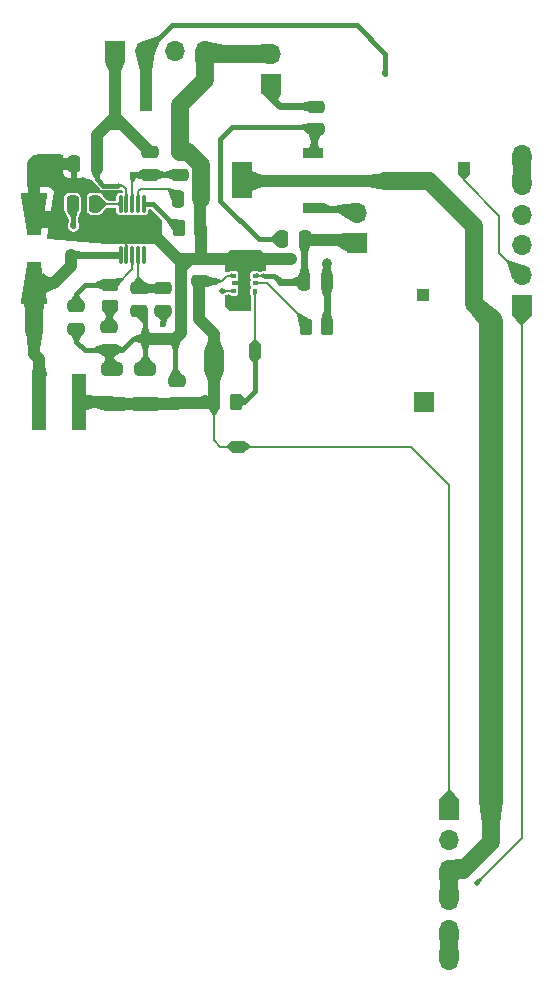
<source format=gbr>
%TF.GenerationSoftware,KiCad,Pcbnew,8.0.8+dfsg-1*%
%TF.CreationDate,2025-08-13T01:43:47+05:30*%
%TF.ProjectId,sanket,73616e6b-6574-42e6-9b69-6361645f7063,6*%
%TF.SameCoordinates,Original*%
%TF.FileFunction,Copper,L2,Bot*%
%TF.FilePolarity,Positive*%
%FSLAX46Y46*%
G04 Gerber Fmt 4.6, Leading zero omitted, Abs format (unit mm)*
G04 Created by KiCad (PCBNEW 8.0.8+dfsg-1) date 2025-08-13 01:43:47*
%MOMM*%
%LPD*%
G01*
G04 APERTURE LIST*
G04 Aperture macros list*
%AMRoundRect*
0 Rectangle with rounded corners*
0 $1 Rounding radius*
0 $2 $3 $4 $5 $6 $7 $8 $9 X,Y pos of 4 corners*
0 Add a 4 corners polygon primitive as box body*
4,1,4,$2,$3,$4,$5,$6,$7,$8,$9,$2,$3,0*
0 Add four circle primitives for the rounded corners*
1,1,$1+$1,$2,$3*
1,1,$1+$1,$4,$5*
1,1,$1+$1,$6,$7*
1,1,$1+$1,$8,$9*
0 Add four rect primitives between the rounded corners*
20,1,$1+$1,$2,$3,$4,$5,0*
20,1,$1+$1,$4,$5,$6,$7,0*
20,1,$1+$1,$6,$7,$8,$9,0*
20,1,$1+$1,$8,$9,$2,$3,0*%
%AMOutline4P*
0 Free polygon, 4 corners , with rotation*
0 The origin of the aperture is its center*
0 number of corners: always 4*
0 $1 to $8 corner X, Y*
0 $9 Rotation angle, in degrees counterclockwise*
0 create outline with 4 corners*
4,1,4,$1,$2,$3,$4,$5,$6,$7,$8,$1,$2,$9*%
G04 Aperture macros list end*
%TA.AperFunction,ComponentPad*%
%ADD10R,1.000000X1.000000*%
%TD*%
%TA.AperFunction,ComponentPad*%
%ADD11R,1.700000X1.700000*%
%TD*%
%TA.AperFunction,ComponentPad*%
%ADD12O,1.700000X1.700000*%
%TD*%
%TA.AperFunction,SMDPad,CuDef*%
%ADD13RoundRect,0.250000X0.475000X-0.250000X0.475000X0.250000X-0.475000X0.250000X-0.475000X-0.250000X0*%
%TD*%
%TA.AperFunction,SMDPad,CuDef*%
%ADD14RoundRect,0.093750X0.093750X0.106250X-0.093750X0.106250X-0.093750X-0.106250X0.093750X-0.106250X0*%
%TD*%
%TA.AperFunction,HeatsinkPad*%
%ADD15R,1.000000X1.600000*%
%TD*%
%TA.AperFunction,SMDPad,CuDef*%
%ADD16R,1.761200X0.850800*%
%TD*%
%TA.AperFunction,SMDPad,CuDef*%
%ADD17R,1.761200X3.150799*%
%TD*%
%TA.AperFunction,SMDPad,CuDef*%
%ADD18RoundRect,0.250000X-0.475000X0.250000X-0.475000X-0.250000X0.475000X-0.250000X0.475000X0.250000X0*%
%TD*%
%TA.AperFunction,SMDPad,CuDef*%
%ADD19R,1.300000X4.800000*%
%TD*%
%TA.AperFunction,SMDPad,CuDef*%
%ADD20RoundRect,0.250000X-0.650000X0.325000X-0.650000X-0.325000X0.650000X-0.325000X0.650000X0.325000X0*%
%TD*%
%TA.AperFunction,SMDPad,CuDef*%
%ADD21Outline4P,-1.800000X-1.150000X1.800000X-0.550000X1.800000X0.550000X-1.800000X1.150000X90.000000*%
%TD*%
%TA.AperFunction,SMDPad,CuDef*%
%ADD22Outline4P,-1.800000X-1.150000X1.800000X-0.550000X1.800000X0.550000X-1.800000X1.150000X270.000000*%
%TD*%
%TA.AperFunction,SMDPad,CuDef*%
%ADD23RoundRect,0.250000X-0.250000X-0.475000X0.250000X-0.475000X0.250000X0.475000X-0.250000X0.475000X0*%
%TD*%
%TA.AperFunction,SMDPad,CuDef*%
%ADD24RoundRect,0.250000X0.250000X0.475000X-0.250000X0.475000X-0.250000X-0.475000X0.250000X-0.475000X0*%
%TD*%
%TA.AperFunction,SMDPad,CuDef*%
%ADD25RoundRect,0.075000X-0.075000X0.650000X-0.075000X-0.650000X0.075000X-0.650000X0.075000X0.650000X0*%
%TD*%
%TA.AperFunction,HeatsinkPad*%
%ADD26R,1.880000X1.570000*%
%TD*%
%TA.AperFunction,SMDPad,CuDef*%
%ADD27RoundRect,0.250000X-0.262500X-0.450000X0.262500X-0.450000X0.262500X0.450000X-0.262500X0.450000X0*%
%TD*%
%TA.AperFunction,SMDPad,CuDef*%
%ADD28RoundRect,0.250000X-0.450000X0.262500X-0.450000X-0.262500X0.450000X-0.262500X0.450000X0.262500X0*%
%TD*%
%TA.AperFunction,ViaPad*%
%ADD29C,0.800000*%
%TD*%
%TA.AperFunction,ViaPad*%
%ADD30C,0.600000*%
%TD*%
%TA.AperFunction,ViaPad*%
%ADD31C,0.500000*%
%TD*%
%TA.AperFunction,Conductor*%
%ADD32C,1.000000*%
%TD*%
%TA.AperFunction,Conductor*%
%ADD33C,1.500000*%
%TD*%
%TA.AperFunction,Conductor*%
%ADD34C,0.600000*%
%TD*%
%TA.AperFunction,Conductor*%
%ADD35C,0.400000*%
%TD*%
%TA.AperFunction,Conductor*%
%ADD36C,0.200000*%
%TD*%
%TA.AperFunction,Conductor*%
%ADD37C,2.000000*%
%TD*%
G04 APERTURE END LIST*
D10*
%TO.P,TP4,1,1*%
%TO.N,/3V3*%
X121383100Y-87826600D03*
%TD*%
%TO.P,TP1,1,1*%
%TO.N,/DeployerDetectionSW2OUT*%
X140483900Y-64204600D03*
%TD*%
D11*
%TO.P,J6,1,Pin_1*%
%TO.N,/DeployerDetectionSW1OUT*%
X145361100Y-75853600D03*
D12*
%TO.P,J6,2,Pin_2*%
%TO.N,/DeployerDetectionSW2OUT*%
X145361100Y-73313600D03*
%TO.P,J6,3,Pin_3*%
%TO.N,/BurnWire1OUT*%
X145361100Y-70773600D03*
%TO.P,J6,4,Pin_4*%
X145361100Y-68233600D03*
%TO.P,J6,5,Pin_5*%
%TO.N,GND*%
X145361100Y-65693600D03*
%TO.P,J6,6,Pin_6*%
X145361100Y-63153600D03*
%TD*%
D10*
%TO.P,TP3,1,1*%
%TO.N,Net-(U4-\u002AFAULT)*%
X122780100Y-79698600D03*
%TD*%
%TO.P,TP5,1,1*%
%TO.N,GND*%
X137004100Y-74999600D03*
%TD*%
D11*
%TO.P,J3,1,Pin_1*%
%TO.N,/3V3*%
X139240300Y-118616229D03*
D12*
%TO.P,J3,2,Pin_2*%
%TO.N,/DeployerDetectionSW1OUT*%
X139240300Y-121156229D03*
%TO.P,J3,3,Pin_3*%
%TO.N,/BurnWire1IN*%
X139240300Y-123696229D03*
%TO.P,J3,4,Pin_4*%
X139240300Y-126236229D03*
%TO.P,J3,5,Pin_5*%
%TO.N,/BurnWire1OUT*%
X139240300Y-128776229D03*
%TO.P,J3,6,Pin_6*%
X139240300Y-131316229D03*
%TD*%
D11*
%TO.P,J1,1,Pin_1*%
%TO.N,Net-(J1-Pin_1)*%
X124177100Y-57092600D03*
D12*
%TO.P,J1,2,Pin_2*%
%TO.N,GND*%
X124177100Y-54552600D03*
%TD*%
D10*
%TO.P,TP2,1,1*%
%TO.N,/TriggerOUT*%
X113551100Y-58898600D03*
%TD*%
D13*
%TO.P,C6,1*%
%TO.N,GND*%
X110461100Y-79632599D03*
%TO.P,C6,2*%
%TO.N,Net-(C6-Pad2)*%
X110461100Y-77732601D03*
%TD*%
D14*
%TO.P,U4,1,OUT*%
%TO.N,/burn*%
X122778600Y-73346600D03*
%TO.P,U4,2,ILIM*%
%TO.N,Net-(U4-ILIM)*%
X122778600Y-73996600D03*
%TO.P,U4,3,\u002AFAULT*%
%TO.N,Net-(U4-\u002AFAULT)*%
X122778600Y-74646600D03*
%TO.P,U4,4,EN*%
%TO.N,/EN*%
X121003600Y-74646600D03*
%TO.P,U4,5,GND*%
%TO.N,GND*%
X121003600Y-73996600D03*
%TO.P,U4,6,IN*%
%TO.N,/3V3*%
X121003600Y-73346600D03*
D15*
%TO.P,U4,7,EPAD*%
%TO.N,GND*%
X121891100Y-73996600D03*
%TD*%
D11*
%TO.P,J2,1,Pin_1*%
%TO.N,/burn*%
X131389100Y-70554600D03*
D12*
%TO.P,J2,2,Pin_2*%
%TO.N,Net-(J2-Pin_2)*%
X131389100Y-68014600D03*
%TD*%
D16*
%TO.P,U1,1,G*%
%TO.N,Net-(U1-G)*%
X127710100Y-62984101D03*
%TO.P,U1,2,D*%
%TO.N,/BurnWire1IN*%
X127710100Y-65284101D03*
%TO.P,U1,3,S*%
%TO.N,Net-(J2-Pin_2)*%
X127710100Y-67584101D03*
D17*
%TO.P,U1,4,D*%
%TO.N,/BurnWire1IN*%
X121660100Y-65284101D03*
%TD*%
D18*
%TO.P,R7,1*%
%TO.N,/12V*%
X113908146Y-62898600D03*
%TO.P,R7,2*%
%TO.N,Net-(U3-EN)*%
X113908146Y-64798600D03*
%TD*%
D19*
%TO.P,L1,1,1*%
%TO.N,Net-(D1-K)*%
X104527629Y-84065429D03*
%TO.P,L1,2,2*%
%TO.N,/3V3*%
X107877629Y-84065429D03*
%TD*%
D20*
%TO.P,C10,1*%
%TO.N,GND*%
X110715100Y-81271599D03*
%TO.P,C10,2*%
%TO.N,/3V3*%
X110715100Y-84221601D03*
%TD*%
D18*
%TO.P,R15,1*%
%TO.N,Net-(U3-VSENSE)*%
X113001100Y-74430601D03*
%TO.P,R15,2*%
%TO.N,GND*%
X113001100Y-76330599D03*
%TD*%
D21*
%TO.P,D1,1,K*%
%TO.N,Net-(D1-K)*%
X104111100Y-73962600D03*
D22*
%TO.P,D1,2,A*%
%TO.N,GND*%
X104111100Y-68162600D03*
%TD*%
D11*
%TO.P,J5,1,Pin_1*%
%TO.N,/12V*%
X110941100Y-54368600D03*
D12*
%TO.P,J5,2,Pin_2*%
%TO.N,/TriggerOUT*%
X113481100Y-54368600D03*
%TO.P,J5,3,Pin_3*%
%TO.N,/EN*%
X116021100Y-54368600D03*
%TO.P,J5,4,Pin_4*%
%TO.N,GND*%
X118561100Y-54368600D03*
%TD*%
D13*
%TO.P,R14,1*%
%TO.N,/3V3*%
X115033100Y-76330600D03*
%TO.P,R14,2*%
%TO.N,Net-(U3-VSENSE)*%
X115033100Y-74430600D03*
%TD*%
D23*
%TO.P,R4,1*%
%TO.N,Net-(U1-G)*%
X125106700Y-70249800D03*
%TO.P,R4,2*%
%TO.N,/burn*%
X127006700Y-70249800D03*
%TD*%
D18*
%TO.P,C12,1*%
%TO.N,GND*%
X118131900Y-71926200D03*
%TO.P,C12,2*%
%TO.N,/3V3*%
X118131900Y-73826200D03*
%TD*%
D24*
%TO.P,C7,1*%
%TO.N,GND*%
X128876100Y-73857600D03*
%TO.P,C7,2*%
%TO.N,/burn*%
X126976100Y-73857600D03*
%TD*%
D25*
%TO.P,U3,1,BOOT*%
%TO.N,Net-(U3-BOOT)*%
X111408146Y-67298600D03*
%TO.P,U3,2,VIN*%
%TO.N,/12V*%
X111908146Y-67298600D03*
%TO.P,U3,3,EN*%
%TO.N,Net-(U3-EN)*%
X112408146Y-67298600D03*
%TO.P,U3,4,SS/TR*%
%TO.N,Net-(U3-SS{slash}TR)*%
X112908146Y-67298600D03*
%TO.P,U3,5,RT/CLK*%
%TO.N,Net-(U3-RT{slash}CLK)*%
X113408146Y-67298600D03*
%TO.P,U3,6,PWRGD*%
%TO.N,unconnected-(U3-PWRGD-Pad6)*%
X113408146Y-71598600D03*
%TO.P,U3,7,VSENSE*%
%TO.N,Net-(U3-VSENSE)*%
X112908146Y-71598600D03*
%TO.P,U3,8,COMP*%
%TO.N,Net-(U3-COMP)*%
X112408146Y-71598600D03*
%TO.P,U3,9,GND*%
%TO.N,GND*%
X111908146Y-71598600D03*
%TO.P,U3,10,PH*%
%TO.N,Net-(D1-K)*%
X111408146Y-71598600D03*
D26*
%TO.P,U3,11,GND*%
%TO.N,GND*%
X112408146Y-69448600D03*
%TD*%
D27*
%TO.P,R9,1*%
%TO.N,Net-(U3-RT{slash}CLK)*%
X116348995Y-69282929D03*
%TO.P,R9,2*%
%TO.N,GND*%
X118173995Y-69282929D03*
%TD*%
D11*
%TO.P,J4,1,Pin_1*%
%TO.N,Net-(J4-Pin_1)*%
X137131100Y-84016600D03*
%TD*%
D24*
%TO.P,C4,1*%
%TO.N,GND*%
X118211495Y-66878378D03*
%TO.P,C4,2*%
%TO.N,Net-(U3-SS{slash}TR)*%
X116311495Y-66878378D03*
%TD*%
D20*
%TO.P,C9,1*%
%TO.N,GND*%
X113509100Y-81271599D03*
%TO.P,C9,2*%
%TO.N,/3V3*%
X113509100Y-84221601D03*
%TD*%
D23*
%TO.P,C3,1*%
%TO.N,GND*%
X107494300Y-63899800D03*
%TO.P,C3,2*%
%TO.N,/12V*%
X109394300Y-63899800D03*
%TD*%
D13*
%TO.P,R3,1*%
%TO.N,Net-(U1-G)*%
X127987100Y-60938199D03*
%TO.P,R3,2*%
%TO.N,Net-(J1-Pin_1)*%
X127987100Y-59038201D03*
%TD*%
D18*
%TO.P,C11,1*%
%TO.N,GND*%
X116212318Y-82271446D03*
%TO.P,C11,2*%
%TO.N,/3V3*%
X116212318Y-84171444D03*
%TD*%
D13*
%TO.P,R8,1*%
%TO.N,Net-(U3-EN)*%
X116408146Y-64798600D03*
%TO.P,R8,2*%
%TO.N,GND*%
X116408146Y-62898600D03*
%TD*%
D11*
%TO.P,J7,1,Pin_1*%
%TO.N,/3V3*%
X119351100Y-80587600D03*
%TD*%
D27*
%TO.P,R13,1*%
%TO.N,/3V3*%
X119327600Y-84016600D03*
%TO.P,R13,2*%
%TO.N,Net-(U4-\u002AFAULT)*%
X121152600Y-84016600D03*
%TD*%
D24*
%TO.P,C8,1*%
%TO.N,Net-(U3-BOOT)*%
X109252100Y-67252600D03*
%TO.P,C8,2*%
%TO.N,Net-(D1-K)*%
X107352100Y-67252600D03*
%TD*%
D13*
%TO.P,C5,1*%
%TO.N,GND*%
X107667100Y-77854599D03*
%TO.P,C5,2*%
%TO.N,Net-(U3-COMP)*%
X107667100Y-75954601D03*
%TD*%
D27*
%TO.P,R12,1*%
%TO.N,Net-(U4-ILIM)*%
X127074600Y-77666600D03*
%TO.P,R12,2*%
%TO.N,GND*%
X128899600Y-77666600D03*
%TD*%
D28*
%TO.P,R10,1*%
%TO.N,Net-(U3-COMP)*%
X110514174Y-74114248D03*
%TO.P,R10,2*%
%TO.N,Net-(C6-Pad2)*%
X110514174Y-75939248D03*
%TD*%
D29*
%TO.N,GND*%
X125828100Y-71977000D03*
X128901500Y-72281800D03*
X122907100Y-71926200D03*
X120875100Y-75787000D03*
X120875100Y-71926200D03*
D30*
%TO.N,/3V3*%
X115033100Y-77412600D03*
D31*
%TO.N,Net-(D1-K)*%
X107413100Y-69183000D03*
D29*
X107186146Y-71570600D03*
D31*
%TO.N,/EN*%
X119960700Y-74669400D03*
D30*
%TO.N,Net-(U3-EN)*%
X112493100Y-64839600D03*
D31*
%TO.N,/DeployerDetectionSW1OUT*%
X141558778Y-124766278D03*
%TO.N,/TriggerOUT*%
X133829100Y-56279800D03*
%TD*%
D32*
%TO.N,GND*%
X118173995Y-69282929D02*
X118173995Y-66915878D01*
X118173995Y-66915878D02*
X118211495Y-66878378D01*
D33*
X116408146Y-62898600D02*
X117133146Y-62898600D01*
X117133146Y-62898600D02*
X118211495Y-63976949D01*
X118211495Y-63976949D02*
X118211495Y-66878378D01*
X116408146Y-60394600D02*
X116408146Y-58917954D01*
X116408146Y-62898600D02*
X116408146Y-60394600D01*
X116408146Y-58917954D02*
X118561100Y-56765000D01*
X118561100Y-56765000D02*
X118561100Y-54368600D01*
D32*
X118131900Y-71926200D02*
X121620700Y-71926200D01*
D34*
X128876100Y-72307200D02*
X128901500Y-72281800D01*
D32*
X112408146Y-69448600D02*
X113825500Y-69448600D01*
X104111100Y-65220600D02*
X104111100Y-68162600D01*
D35*
X113001100Y-76330599D02*
X113509100Y-76838599D01*
D32*
X104725100Y-68776600D02*
X104111100Y-68162600D01*
X121891100Y-72196600D02*
X121891100Y-73996600D01*
X116557100Y-72180200D02*
X116303100Y-71926200D01*
X116557100Y-72688200D02*
X117319100Y-71926200D01*
D35*
X116049100Y-78682600D02*
X116049100Y-82108228D01*
D32*
X105431900Y-63899800D02*
X104111100Y-65220600D01*
X117319100Y-71926200D02*
X118131900Y-71926200D01*
D34*
X128876100Y-73857600D02*
X128876100Y-77643100D01*
D33*
X124177100Y-54552600D02*
X118745100Y-54552600D01*
D32*
X116049100Y-78682600D02*
X116557100Y-78174600D01*
D33*
X118745100Y-54552600D02*
X118561100Y-54368600D01*
D32*
X116303100Y-71926200D02*
X117319100Y-71926200D01*
D36*
X111908146Y-71598600D02*
X111908146Y-69948600D01*
D35*
X108363099Y-79632599D02*
X110461100Y-79632599D01*
D32*
X105939900Y-68776600D02*
X104725100Y-68776600D01*
D35*
X112493100Y-78682600D02*
X113509100Y-78682600D01*
D34*
X128645600Y-73894100D02*
X128683100Y-73856600D01*
D32*
X107494300Y-63899800D02*
X105431900Y-63899800D01*
D35*
X113509100Y-78682600D02*
X113509100Y-79190600D01*
D32*
X125828100Y-71977000D02*
X125777300Y-71926200D01*
D35*
X113509100Y-79190600D02*
X113509100Y-81271599D01*
D32*
X125777300Y-71926200D02*
X121620700Y-71926200D01*
X113825500Y-69448600D02*
X116303100Y-71926200D01*
D35*
X107667100Y-77854599D02*
X107667100Y-78936600D01*
X107667100Y-78936600D02*
X108363099Y-79632599D01*
D32*
X116557100Y-72840600D02*
X116557100Y-72180200D01*
D36*
X121003600Y-73996600D02*
X121891100Y-73996600D01*
D35*
X110461100Y-79632599D02*
X110461100Y-81017599D01*
D32*
X116557100Y-72840600D02*
X116557100Y-72688200D01*
D34*
X128876100Y-73857600D02*
X128876100Y-72307200D01*
D32*
X116557100Y-78174600D02*
X116557100Y-72840600D01*
X116049100Y-78682600D02*
X113509100Y-78682600D01*
X121620700Y-71926200D02*
X121891100Y-72196600D01*
D35*
X113509100Y-76838599D02*
X113509100Y-78682600D01*
X110461100Y-79632599D02*
X111543101Y-79632599D01*
D33*
X145361100Y-65693600D02*
X145361100Y-63153600D01*
D35*
X111543101Y-79632599D02*
X112493100Y-78682600D01*
D32*
%TO.N,/3V3*%
X119327600Y-84016600D02*
X119327600Y-80611100D01*
X110715100Y-84221601D02*
X113509100Y-84221601D01*
D36*
X119960410Y-73826200D02*
X120440010Y-73346600D01*
D32*
X118081100Y-74161400D02*
X118081100Y-76991000D01*
X113509100Y-84221601D02*
X116162161Y-84221601D01*
D36*
X121383100Y-87826600D02*
X136013500Y-87826600D01*
D32*
X118589100Y-83969600D02*
X118636100Y-84016600D01*
X110558928Y-84065429D02*
X110715100Y-84221601D01*
X116162161Y-84221601D02*
X116212318Y-84171444D01*
D34*
X119381500Y-73826200D02*
X118131900Y-73826200D01*
D32*
X107877629Y-84065429D02*
X110558928Y-84065429D01*
D36*
X119859100Y-87826600D02*
X119327600Y-87295100D01*
X115033100Y-77412600D02*
X115033100Y-76330599D01*
D32*
X119172756Y-84171444D02*
X119327600Y-84016600D01*
X119327600Y-80611100D02*
X119351100Y-80587600D01*
D36*
X136013500Y-87826600D02*
X139240300Y-91053400D01*
X119327600Y-87295100D02*
X119327600Y-84016600D01*
D32*
X119351100Y-78261000D02*
X119351100Y-80587600D01*
X116212318Y-84171444D02*
X119172756Y-84171444D01*
D36*
X119381500Y-73826200D02*
X119960410Y-73826200D01*
D32*
X118233500Y-74009000D02*
X118081100Y-74161400D01*
D36*
X121383100Y-87826600D02*
X119859100Y-87826600D01*
D32*
X118081100Y-76991000D02*
X119351100Y-78261000D01*
X118636100Y-84016600D02*
X119327600Y-84016600D01*
D36*
X120440010Y-73346600D02*
X121003600Y-73346600D01*
X139240300Y-91053400D02*
X139240300Y-118616229D01*
D35*
%TO.N,/12V*%
X111095556Y-65728600D02*
X109953100Y-65728600D01*
D36*
X111908146Y-66032646D02*
X111604100Y-65728600D01*
X111908146Y-67298600D02*
X111908146Y-66032646D01*
D32*
X110164777Y-60707877D02*
X110367977Y-60504677D01*
D36*
X111604100Y-65728600D02*
X111095556Y-65728600D01*
D32*
X110941100Y-59931554D02*
X110164777Y-60707877D01*
D35*
X109953100Y-65728600D02*
X109394300Y-65169800D01*
D32*
X111514223Y-60504677D02*
X111847023Y-60837477D01*
X110941100Y-54368600D02*
X110941100Y-59931554D01*
X110941100Y-59931554D02*
X111847023Y-60837477D01*
X109408146Y-61464508D02*
X109408146Y-64298600D01*
X110164777Y-60707877D02*
X109408146Y-61464508D01*
X110367977Y-60504677D02*
X111514223Y-60504677D01*
X111847023Y-60837477D02*
X113908146Y-62898600D01*
D35*
X109394300Y-65169800D02*
X109394300Y-63899800D01*
%TO.N,/burn*%
X124939100Y-73857600D02*
X124430100Y-73348600D01*
D34*
X124939100Y-73857600D02*
X126976100Y-73857600D01*
D32*
X127006700Y-70249800D02*
X127057500Y-70300600D01*
D36*
X123669100Y-73348600D02*
X122780600Y-73348600D01*
D32*
X127057500Y-70300600D02*
X131135100Y-70300600D01*
D35*
X124430100Y-73348600D02*
X123669100Y-73348600D01*
D34*
X126976100Y-73857600D02*
X126976100Y-70280400D01*
D32*
%TO.N,Net-(D1-K)*%
X104111100Y-78047600D02*
X104111100Y-79952600D01*
X107186146Y-72559554D02*
X105783100Y-73962600D01*
D33*
X104111100Y-73962600D02*
X104111100Y-78047600D01*
D32*
X104527629Y-80369129D02*
X104527629Y-84065429D01*
X107186146Y-71570600D02*
X107186146Y-72559554D01*
X105783100Y-73962600D02*
X104111100Y-73962600D01*
D34*
X107186146Y-71570600D02*
X111258146Y-71570600D01*
D35*
X107413100Y-69183000D02*
X107413100Y-67313600D01*
D32*
X104111100Y-79952600D02*
X104527629Y-80369129D01*
D36*
%TO.N,/EN*%
X121003600Y-74646600D02*
X119983500Y-74646600D01*
X119983500Y-74646600D02*
X119960700Y-74669400D01*
%TO.N,Net-(U3-EN)*%
X112408146Y-67298600D02*
X112408146Y-64924554D01*
X112408146Y-64924554D02*
X112493100Y-64839600D01*
D35*
X113908146Y-64798600D02*
X116408146Y-64798600D01*
X112493100Y-64839600D02*
X113867146Y-64839600D01*
D36*
%TO.N,/DeployerDetectionSW1OUT*%
X145224456Y-121100600D02*
X145259100Y-121100600D01*
X145259100Y-121100600D02*
X145361100Y-120998600D01*
X141558778Y-124766278D02*
X145224456Y-121100600D01*
X145361100Y-120998600D02*
X145361100Y-75853600D01*
D32*
%TO.N,/BurnWire1IN*%
X132559100Y-65373000D02*
X127810100Y-65373000D01*
D33*
X140377471Y-123696229D02*
X139240300Y-123696229D01*
X141322100Y-69157600D02*
X137537500Y-65373000D01*
D37*
X142769900Y-77158600D02*
X142769900Y-117798600D01*
D33*
X142769900Y-117798600D02*
X142769900Y-121303800D01*
X142769900Y-121303800D02*
X140377471Y-123696229D01*
X142769900Y-77158600D02*
X141322100Y-75710800D01*
D32*
X127810100Y-65373000D02*
X121760100Y-65373000D01*
D33*
X139240300Y-123696229D02*
X139240300Y-126236229D01*
D32*
X133829100Y-65373000D02*
X132559100Y-65373000D01*
D33*
X141322100Y-75710800D02*
X141322100Y-69157600D01*
X137537500Y-65373000D02*
X133829100Y-65373000D01*
D36*
%TO.N,/DeployerDetectionSW2OUT*%
X140483900Y-65271400D02*
X140483900Y-64204600D01*
X145361100Y-73313600D02*
X143481100Y-71433600D01*
X143481100Y-68268600D02*
X140483900Y-65271400D01*
X143481100Y-71433600D02*
X143481100Y-68268600D01*
D35*
%TO.N,/TriggerOUT*%
X133829100Y-54552600D02*
X131441500Y-52165000D01*
X131441500Y-52165000D02*
X115744300Y-52165000D01*
D32*
X113551100Y-58898600D02*
X113551100Y-54438600D01*
D35*
X115744300Y-52165000D02*
X113540700Y-54368600D01*
X133829100Y-56279800D02*
X133829100Y-54552600D01*
D33*
%TO.N,/BurnWire1OUT*%
X139240300Y-128776229D02*
X139240300Y-131316229D01*
D36*
%TO.N,Net-(U3-SS{slash}TR)*%
X112908146Y-66202554D02*
X113128100Y-65982600D01*
X115415717Y-65982600D02*
X116311495Y-66878378D01*
X113128100Y-65982600D02*
X115415717Y-65982600D01*
X112908146Y-67298600D02*
X112908146Y-66202554D01*
D35*
%TO.N,Net-(U3-COMP)*%
X108425452Y-74114248D02*
X110514174Y-74114248D01*
X107667100Y-74872600D02*
X108425452Y-74114248D01*
D36*
X112408146Y-71598600D02*
X112408146Y-72798554D01*
X112408146Y-72798554D02*
X111092452Y-74114248D01*
D35*
X107667100Y-75954601D02*
X107667100Y-74872600D01*
%TO.N,Net-(C6-Pad2)*%
X110461100Y-75992322D02*
X110461100Y-77732601D01*
D36*
%TO.N,Net-(U3-BOOT)*%
X109298100Y-67298600D02*
X111408146Y-67298600D01*
D34*
%TO.N,Net-(J1-Pin_1)*%
X124177100Y-58311800D02*
X124177100Y-57092600D01*
X124888300Y-59023000D02*
X124177100Y-58311800D01*
X127971900Y-59023000D02*
X124888300Y-59023000D01*
%TO.N,Net-(J2-Pin_2)*%
X127810100Y-67673000D02*
X131047500Y-67673000D01*
D35*
%TO.N,Net-(U1-G)*%
X123093801Y-70249800D02*
X119859100Y-67015099D01*
X120875100Y-60750200D02*
X127810100Y-60750200D01*
D34*
X127810100Y-63073000D02*
X127810100Y-61115200D01*
D35*
X119859100Y-67015099D02*
X119859100Y-61766200D01*
X119859100Y-61766200D02*
X120875100Y-60750200D01*
X125144200Y-70249800D02*
X123093801Y-70249800D01*
%TO.N,Net-(U3-RT{slash}CLK)*%
X114113900Y-67298600D02*
X115998300Y-69183000D01*
X113559900Y-67298600D02*
X114113900Y-67298600D01*
D36*
%TO.N,Net-(U4-\u002AFAULT)*%
X122778600Y-74646600D02*
X122778600Y-79697100D01*
D35*
X122780100Y-83127600D02*
X122780100Y-79698600D01*
X121891100Y-84016600D02*
X122780100Y-83127600D01*
X121152600Y-84016600D02*
X121891100Y-84016600D01*
D36*
%TO.N,Net-(U3-VSENSE)*%
X112908146Y-71598600D02*
X112908146Y-74337647D01*
D34*
X113001100Y-74430601D02*
X115033099Y-74430601D01*
D36*
%TO.N,Net-(U4-ILIM)*%
X122778600Y-73996600D02*
X123809100Y-73996600D01*
X123809100Y-73996600D02*
X127074600Y-77262100D01*
D32*
%TO.N,GND*%
X118173995Y-69282929D02*
X118211495Y-69320429D01*
X118211495Y-69320429D02*
X118211495Y-71846605D01*
X118211495Y-71846605D02*
X118131900Y-71926200D01*
%TD*%
%TA.AperFunction,Conductor*%
%TO.N,GND*%
G36*
X106461451Y-63106685D02*
G01*
X106507206Y-63159489D01*
X106517150Y-63228647D01*
X106512117Y-63250005D01*
X106504795Y-63272097D01*
X106504793Y-63272109D01*
X106494300Y-63374813D01*
X106494300Y-63649800D01*
X107370300Y-63649800D01*
X107437339Y-63669485D01*
X107483094Y-63722289D01*
X107494300Y-63773800D01*
X107494300Y-63899800D01*
X107620300Y-63899800D01*
X107687339Y-63919485D01*
X107733094Y-63972289D01*
X107744300Y-64023800D01*
X107744300Y-65124799D01*
X107794272Y-65124799D01*
X107794286Y-65124798D01*
X107896997Y-65114305D01*
X108063419Y-65059158D01*
X108063424Y-65059156D01*
X108165492Y-64996200D01*
X108232884Y-64977760D01*
X108299548Y-64998682D01*
X108309254Y-65005886D01*
X108340403Y-65031449D01*
X108365530Y-65052070D01*
X108365533Y-65052071D01*
X108365535Y-65052073D01*
X108538409Y-65144476D01*
X108538410Y-65144476D01*
X108538417Y-65144480D01*
X108726010Y-65201385D01*
X108726009Y-65201385D01*
X108741341Y-65202895D01*
X108909834Y-65219490D01*
X108974618Y-65245650D01*
X109014977Y-65302684D01*
X109017452Y-65310798D01*
X109021093Y-65324389D01*
X109034859Y-65348232D01*
X109073820Y-65415713D01*
X109073821Y-65415714D01*
X109073822Y-65415715D01*
X109628279Y-65970171D01*
X109628289Y-65970182D01*
X109632619Y-65974512D01*
X109632620Y-65974513D01*
X109707187Y-66049080D01*
X109762272Y-66080883D01*
X109798513Y-66101807D01*
X109900373Y-66129101D01*
X109900375Y-66129101D01*
X110013423Y-66129101D01*
X110013439Y-66129100D01*
X111148280Y-66129100D01*
X111148283Y-66129100D01*
X111205255Y-66113834D01*
X111229923Y-66109832D01*
X111234016Y-66109587D01*
X111423584Y-66059903D01*
X111493421Y-66061948D01*
X111542700Y-66092171D01*
X111571327Y-66120798D01*
X111604812Y-66182121D01*
X111607646Y-66208479D01*
X111607646Y-66249100D01*
X111587961Y-66316139D01*
X111535157Y-66361894D01*
X111483647Y-66373100D01*
X111306016Y-66373100D01*
X111225650Y-66389085D01*
X111134521Y-66449975D01*
X111073631Y-66541105D01*
X111073629Y-66541109D01*
X111057646Y-66621462D01*
X111057646Y-66874100D01*
X111037961Y-66941139D01*
X110985157Y-66986894D01*
X110933646Y-66998100D01*
X110378714Y-66998100D01*
X110311675Y-66978415D01*
X110298614Y-66968758D01*
X109965908Y-66687221D01*
X109928966Y-66633516D01*
X109904894Y-66564720D01*
X109904893Y-66564718D01*
X109887465Y-66541104D01*
X109824250Y-66455450D01*
X109714982Y-66374807D01*
X109714980Y-66374806D01*
X109586800Y-66329953D01*
X109556370Y-66327100D01*
X109556366Y-66327100D01*
X108947834Y-66327100D01*
X108947830Y-66327100D01*
X108917400Y-66329953D01*
X108917398Y-66329953D01*
X108789219Y-66374806D01*
X108789217Y-66374807D01*
X108679950Y-66455450D01*
X108599307Y-66564717D01*
X108599306Y-66564719D01*
X108554453Y-66692898D01*
X108554453Y-66692900D01*
X108551600Y-66723330D01*
X108551600Y-67781869D01*
X108554453Y-67812299D01*
X108554453Y-67812301D01*
X108596432Y-67932266D01*
X108599307Y-67940482D01*
X108679950Y-68049750D01*
X108789218Y-68130393D01*
X108825004Y-68142915D01*
X108917399Y-68175246D01*
X108947830Y-68178100D01*
X108947834Y-68178100D01*
X109556370Y-68178100D01*
X109586799Y-68175246D01*
X109586801Y-68175246D01*
X109650890Y-68152819D01*
X109714982Y-68130393D01*
X109824250Y-68049750D01*
X109904893Y-67940482D01*
X109906111Y-67937000D01*
X109908477Y-67933700D01*
X109909236Y-67932266D01*
X109909432Y-67932369D01*
X109946828Y-67880222D01*
X109949362Y-67878294D01*
X110293754Y-67623425D01*
X110359352Y-67599369D01*
X110367518Y-67599100D01*
X110933647Y-67599100D01*
X111000686Y-67618785D01*
X111046441Y-67671589D01*
X111057647Y-67723100D01*
X111057647Y-67975732D01*
X111070151Y-68038600D01*
X111073631Y-68056095D01*
X111134521Y-68147224D01*
X111171022Y-68171613D01*
X111225651Y-68208115D01*
X111225654Y-68208115D01*
X111225655Y-68208116D01*
X111252679Y-68213491D01*
X111306013Y-68224100D01*
X111510278Y-68224099D01*
X111590641Y-68208115D01*
X111590644Y-68208112D01*
X111601924Y-68203441D01*
X111602522Y-68204886D01*
X111655928Y-68188163D01*
X111714089Y-68204116D01*
X111714369Y-68203442D01*
X111719736Y-68205665D01*
X111723308Y-68206645D01*
X111725497Y-68208051D01*
X111725652Y-68208116D01*
X111779103Y-68218747D01*
X111806013Y-68224100D01*
X112010278Y-68224099D01*
X112090641Y-68208115D01*
X112090644Y-68208112D01*
X112101924Y-68203441D01*
X112102522Y-68204886D01*
X112155928Y-68188163D01*
X112214089Y-68204116D01*
X112214369Y-68203442D01*
X112219736Y-68205665D01*
X112223308Y-68206645D01*
X112225497Y-68208051D01*
X112225652Y-68208116D01*
X112279103Y-68218747D01*
X112306013Y-68224100D01*
X112510278Y-68224099D01*
X112590641Y-68208115D01*
X112590644Y-68208112D01*
X112601924Y-68203441D01*
X112602522Y-68204886D01*
X112655928Y-68188163D01*
X112714089Y-68204116D01*
X112714369Y-68203442D01*
X112719736Y-68205665D01*
X112723308Y-68206645D01*
X112725497Y-68208051D01*
X112725652Y-68208116D01*
X112779103Y-68218747D01*
X112806013Y-68224100D01*
X113010278Y-68224099D01*
X113090641Y-68208115D01*
X113090644Y-68208112D01*
X113101924Y-68203441D01*
X113102522Y-68204886D01*
X113155928Y-68188163D01*
X113214089Y-68204116D01*
X113214369Y-68203442D01*
X113219736Y-68205665D01*
X113223308Y-68206645D01*
X113225497Y-68208051D01*
X113225652Y-68208116D01*
X113279103Y-68218747D01*
X113306013Y-68224100D01*
X113510278Y-68224099D01*
X113590641Y-68208115D01*
X113681770Y-68147224D01*
X113742661Y-68056095D01*
X113758646Y-67975733D01*
X113758646Y-67823100D01*
X113778331Y-67756061D01*
X113831135Y-67710306D01*
X113882646Y-67699100D01*
X113896645Y-67699100D01*
X113963684Y-67718785D01*
X113984326Y-67735419D01*
X114869781Y-68620874D01*
X114903266Y-68682197D01*
X114906100Y-68708555D01*
X114906100Y-69661142D01*
X114905511Y-69673211D01*
X114888334Y-69848854D01*
X114883658Y-69872535D01*
X114834529Y-70035707D01*
X114825353Y-70058032D01*
X114745543Y-70208594D01*
X114732216Y-70228720D01*
X114624747Y-70360969D01*
X114607774Y-70378130D01*
X114476726Y-70487049D01*
X114456749Y-70500598D01*
X114307078Y-70582066D01*
X114284855Y-70591488D01*
X114122231Y-70642418D01*
X114098604Y-70647355D01*
X113936649Y-70665002D01*
X113923159Y-70666472D01*
X113911099Y-70667194D01*
X113377345Y-70673092D01*
X113375977Y-70673100D01*
X113306009Y-70673100D01*
X113302461Y-70673450D01*
X113291691Y-70674038D01*
X113042465Y-70676792D01*
X113016910Y-70674419D01*
X113010279Y-70673100D01*
X113010277Y-70673100D01*
X112806015Y-70673100D01*
X112806008Y-70673101D01*
X112783746Y-70677529D01*
X112760930Y-70679903D01*
X112568781Y-70682026D01*
X112543223Y-70679652D01*
X112510279Y-70673100D01*
X112306014Y-70673100D01*
X112306013Y-70673101D01*
X112254335Y-70683379D01*
X112231517Y-70685753D01*
X111621408Y-70692495D01*
X111595847Y-70690120D01*
X111510281Y-70673100D01*
X111306016Y-70673100D01*
X111273077Y-70679652D01*
X111225651Y-70689085D01*
X111225649Y-70689085D01*
X111213674Y-70691468D01*
X111213574Y-70690965D01*
X111182393Y-70697346D01*
X110365016Y-70706378D01*
X110361656Y-70706370D01*
X110347503Y-70706140D01*
X110312147Y-70705566D01*
X110305394Y-70705272D01*
X110256015Y-70701772D01*
X110252644Y-70701486D01*
X105260822Y-70210487D01*
X105196031Y-70184335D01*
X105155665Y-70127306D01*
X105150647Y-70066697D01*
X105426331Y-68412600D01*
X104235100Y-68412600D01*
X104168061Y-68392915D01*
X104122306Y-68340111D01*
X104111100Y-68288600D01*
X104111100Y-68162600D01*
X103985100Y-68162600D01*
X103918061Y-68142915D01*
X103872306Y-68090111D01*
X103861100Y-68038600D01*
X103861100Y-67912600D01*
X104361100Y-67912600D01*
X105509664Y-67912600D01*
X105509664Y-67912599D01*
X105707875Y-66723330D01*
X106651600Y-66723330D01*
X106651600Y-67781869D01*
X106654453Y-67812296D01*
X106699307Y-67940482D01*
X106704502Y-67947521D01*
X106714772Y-67963997D01*
X106883369Y-68288600D01*
X106998642Y-68510537D01*
X107012600Y-68567692D01*
X107012600Y-68638094D01*
X107008286Y-68667025D01*
X107008762Y-68667121D01*
X107007566Y-68673085D01*
X106959899Y-69149752D01*
X106959156Y-69159541D01*
X106958745Y-69167467D01*
X106958592Y-69167459D01*
X106957967Y-69182246D01*
X106957967Y-69183001D01*
X106976402Y-69311225D01*
X106988442Y-69337588D01*
X107030218Y-69429063D01*
X107115051Y-69526967D01*
X107224031Y-69597004D01*
X107348325Y-69633499D01*
X107348327Y-69633500D01*
X107348328Y-69633500D01*
X107477873Y-69633500D01*
X107477873Y-69633499D01*
X107602169Y-69597004D01*
X107711149Y-69526967D01*
X107795982Y-69429063D01*
X107849797Y-69311226D01*
X107868233Y-69183000D01*
X107867274Y-69176338D01*
X107866804Y-69155837D01*
X107866307Y-69155838D01*
X107866297Y-69149749D01*
X107866298Y-69149739D01*
X107818634Y-68673088D01*
X107818128Y-68671267D01*
X107817689Y-68668051D01*
X107817653Y-68667857D01*
X107817662Y-68667855D01*
X107813600Y-68638064D01*
X107813600Y-68546375D01*
X107820064Y-68506862D01*
X108025763Y-67894984D01*
X108032163Y-67871378D01*
X108032730Y-67868654D01*
X108033696Y-67863145D01*
X108038791Y-67843607D01*
X108042024Y-67834365D01*
X108049746Y-67812299D01*
X108052600Y-67781866D01*
X108052600Y-66723334D01*
X108049746Y-66692901D01*
X108049746Y-66692900D01*
X108049746Y-66692898D01*
X108016106Y-66596763D01*
X108004893Y-66564718D01*
X107924250Y-66455450D01*
X107814982Y-66374807D01*
X107814980Y-66374806D01*
X107686800Y-66329953D01*
X107656370Y-66327100D01*
X107656366Y-66327100D01*
X107047834Y-66327100D01*
X107047830Y-66327100D01*
X107017400Y-66329953D01*
X107017398Y-66329953D01*
X106889219Y-66374806D01*
X106889217Y-66374807D01*
X106779950Y-66455450D01*
X106699307Y-66564717D01*
X106699306Y-66564719D01*
X106654453Y-66692898D01*
X106654453Y-66692900D01*
X106651600Y-66723330D01*
X105707875Y-66723330D01*
X105765253Y-66379060D01*
X105765256Y-66379037D01*
X105766209Y-66368250D01*
X105766209Y-66368238D01*
X105747340Y-66225713D01*
X105747338Y-66225705D01*
X105689077Y-66094264D01*
X105596144Y-65984560D01*
X105596142Y-65984558D01*
X105476063Y-65905479D01*
X105476063Y-65905478D01*
X105338581Y-65863436D01*
X105338571Y-65863434D01*
X105327755Y-65862600D01*
X104361100Y-65862600D01*
X104361100Y-67912600D01*
X103861100Y-67912600D01*
X103861100Y-65862600D01*
X103574700Y-65862600D01*
X103507661Y-65842915D01*
X103461906Y-65790111D01*
X103450700Y-65738600D01*
X103450700Y-64424786D01*
X106494301Y-64424786D01*
X106504794Y-64527497D01*
X106559941Y-64693919D01*
X106559943Y-64693924D01*
X106651984Y-64843145D01*
X106775954Y-64967115D01*
X106925175Y-65059156D01*
X106925180Y-65059158D01*
X107091602Y-65114305D01*
X107091609Y-65114306D01*
X107194319Y-65124799D01*
X107244299Y-65124798D01*
X107244300Y-65124798D01*
X107244300Y-64149800D01*
X106494301Y-64149800D01*
X106494301Y-64424786D01*
X103450700Y-64424786D01*
X103450700Y-64093092D01*
X103451297Y-64080938D01*
X103468718Y-63904056D01*
X103473457Y-63880232D01*
X103523277Y-63715994D01*
X103532575Y-63693549D01*
X103613475Y-63542195D01*
X103626972Y-63521995D01*
X103735849Y-63389328D01*
X103753028Y-63372149D01*
X103885695Y-63263272D01*
X103905895Y-63249775D01*
X104057249Y-63168875D01*
X104079694Y-63159577D01*
X104243932Y-63109757D01*
X104267756Y-63105018D01*
X104444639Y-63087597D01*
X104456793Y-63087000D01*
X106394412Y-63087000D01*
X106461451Y-63106685D01*
G37*
%TD.AperFunction*%
%TD*%
%TA.AperFunction,Conductor*%
%TO.N,GND*%
G36*
X123235577Y-71183885D02*
G01*
X123256219Y-71200519D01*
X123683581Y-71627881D01*
X123717066Y-71689204D01*
X123719900Y-71715562D01*
X123719900Y-72825724D01*
X123700215Y-72892763D01*
X123647411Y-72938518D01*
X123624019Y-72945238D01*
X123624222Y-72945996D01*
X123559403Y-72963363D01*
X123534750Y-72967365D01*
X123530642Y-72967611D01*
X123250310Y-73041083D01*
X123180470Y-73039037D01*
X123175260Y-73037211D01*
X122997867Y-72970561D01*
X122997860Y-72970558D01*
X122992665Y-72969321D01*
X122991389Y-72969017D01*
X122970045Y-72961829D01*
X122940886Y-72948954D01*
X122916285Y-72946100D01*
X122640923Y-72946100D01*
X122640914Y-72946101D01*
X122616313Y-72948954D01*
X122616309Y-72948955D01*
X122515678Y-72993388D01*
X122437889Y-73071177D01*
X122393454Y-73171812D01*
X122390600Y-73196411D01*
X122390600Y-73496776D01*
X122390601Y-73496785D01*
X122393454Y-73521386D01*
X122393455Y-73521390D01*
X122437664Y-73621513D01*
X122446736Y-73690791D01*
X122437665Y-73721685D01*
X122393454Y-73821813D01*
X122390600Y-73846411D01*
X122390600Y-74146776D01*
X122390601Y-74146785D01*
X122393454Y-74171386D01*
X122393455Y-74171390D01*
X122437664Y-74271513D01*
X122446736Y-74340791D01*
X122437665Y-74371685D01*
X122393454Y-74471813D01*
X122390600Y-74496411D01*
X122390600Y-74796776D01*
X122390601Y-74796785D01*
X122393454Y-74821386D01*
X122393455Y-74821390D01*
X122396058Y-74827285D01*
X122403563Y-74854614D01*
X122404159Y-74854482D01*
X122405478Y-74860428D01*
X122467394Y-75049477D01*
X122471939Y-75063352D01*
X122478100Y-75101952D01*
X122478100Y-76221800D01*
X122458415Y-76288839D01*
X122405611Y-76334594D01*
X122354100Y-76345800D01*
X120766062Y-76345800D01*
X120699023Y-76326115D01*
X120678381Y-76309481D01*
X120251019Y-75882119D01*
X120217534Y-75820796D01*
X120214700Y-75794438D01*
X120214700Y-75144810D01*
X120234385Y-75077771D01*
X120287189Y-75032016D01*
X120294157Y-75029086D01*
X120485831Y-74955364D01*
X120530345Y-74947100D01*
X120556234Y-74947100D01*
X120599125Y-74954753D01*
X120786627Y-75023878D01*
X120793243Y-75025411D01*
X120815339Y-75032777D01*
X120841311Y-75044245D01*
X120841314Y-75044246D01*
X120865915Y-75047100D01*
X121141284Y-75047099D01*
X121165886Y-75044246D01*
X121266522Y-74999811D01*
X121344311Y-74922022D01*
X121388746Y-74821386D01*
X121391600Y-74796785D01*
X121391599Y-74686617D01*
X121411283Y-74619580D01*
X121440113Y-74588243D01*
X121520815Y-74526318D01*
X121615991Y-74402283D01*
X121615991Y-74402282D01*
X121675815Y-74257853D01*
X121675816Y-74257848D01*
X121685526Y-74184100D01*
X121127600Y-74184100D01*
X121060561Y-74164415D01*
X121014806Y-74111611D01*
X121003600Y-74060100D01*
X121003600Y-73933100D01*
X121023285Y-73866061D01*
X121076089Y-73820306D01*
X121127600Y-73809100D01*
X121685525Y-73809100D01*
X121685525Y-73809099D01*
X121675816Y-73735351D01*
X121675815Y-73735346D01*
X121615991Y-73590917D01*
X121615991Y-73590916D01*
X121520814Y-73466881D01*
X121440112Y-73404955D01*
X121398910Y-73348527D01*
X121391599Y-73306580D01*
X121391599Y-73196423D01*
X121391599Y-73196416D01*
X121388746Y-73171814D01*
X121344311Y-73071178D01*
X121266522Y-72993389D01*
X121225765Y-72975393D01*
X121165887Y-72948954D01*
X121141285Y-72946100D01*
X120865923Y-72946100D01*
X120865914Y-72946101D01*
X120841313Y-72948954D01*
X120841311Y-72948954D01*
X120814728Y-72960692D01*
X120792384Y-72967271D01*
X120792518Y-72967785D01*
X120786633Y-72969318D01*
X120599123Y-73038446D01*
X120556231Y-73046100D01*
X120400447Y-73046100D01*
X120370793Y-73054046D01*
X120300943Y-73052383D01*
X120243081Y-73013220D01*
X120215577Y-72948992D01*
X120214700Y-72934271D01*
X120214700Y-71715562D01*
X120234385Y-71648523D01*
X120251019Y-71627881D01*
X120678381Y-71200519D01*
X120739704Y-71167034D01*
X120766062Y-71164200D01*
X123168538Y-71164200D01*
X123235577Y-71183885D01*
G37*
%TD.AperFunction*%
%TD*%
%TA.AperFunction,Conductor*%
%TO.N,GND*%
G36*
X119398707Y-54368585D02*
G01*
X119406975Y-54372022D01*
X119410392Y-54380299D01*
X119410372Y-54380972D01*
X119311748Y-56057587D01*
X119307841Y-56065645D01*
X119300068Y-56068600D01*
X117822132Y-56068600D01*
X117813859Y-56065173D01*
X117810452Y-56057587D01*
X117711827Y-54380970D01*
X117714762Y-54372512D01*
X117722820Y-54368605D01*
X117723478Y-54368585D01*
X118561100Y-54367600D01*
X119398707Y-54368585D01*
G37*
%TD.AperFunction*%
%TD*%
%TA.AperFunction,Conductor*%
%TO.N,GND*%
G36*
X113010377Y-76333486D02*
G01*
X113709140Y-76626313D01*
X113715446Y-76632671D01*
X113716317Y-76637227D01*
X113709222Y-77309843D01*
X113705708Y-77318080D01*
X113697523Y-77321420D01*
X113313206Y-77321420D01*
X113305894Y-77318854D01*
X112703971Y-76837029D01*
X112699654Y-76829184D01*
X112701290Y-76821811D01*
X112995866Y-76338190D01*
X113003095Y-76332909D01*
X113010377Y-76333486D01*
G37*
%TD.AperFunction*%
%TD*%
%TA.AperFunction,Conductor*%
%TO.N,GND*%
G36*
X116251644Y-81274873D02*
G01*
X116252613Y-81275972D01*
X116631408Y-81763945D01*
X116633774Y-81772581D01*
X116631089Y-81778687D01*
X116219719Y-82263718D01*
X116211754Y-82267811D01*
X116203428Y-82265239D01*
X115916229Y-82032425D01*
X115635356Y-81804739D01*
X115631088Y-81796868D01*
X115631929Y-81791144D01*
X115846096Y-81278635D01*
X115852447Y-81272323D01*
X115856891Y-81271446D01*
X116243371Y-81271446D01*
X116251644Y-81274873D01*
G37*
%TD.AperFunction*%
%TD*%
%TA.AperFunction,Conductor*%
%TO.N,GND*%
G36*
X128883632Y-73865820D02*
G01*
X128885053Y-73867241D01*
X129353103Y-74423557D01*
X129355807Y-74432093D01*
X129355427Y-74434208D01*
X129178473Y-75074019D01*
X129172964Y-75081079D01*
X129167196Y-75082600D01*
X128585004Y-75082600D01*
X128576731Y-75079173D01*
X128573727Y-75074019D01*
X128396772Y-74434208D01*
X128397870Y-74425321D01*
X128399096Y-74423557D01*
X128867147Y-73867241D01*
X128875096Y-73863116D01*
X128883632Y-73865820D01*
G37*
%TD.AperFunction*%
%TD*%
%TA.AperFunction,Conductor*%
%TO.N,GND*%
G36*
X129175876Y-76457527D02*
G01*
X129178729Y-76462180D01*
X129390975Y-77114493D01*
X129390276Y-77123420D01*
X129388534Y-77125953D01*
X128908285Y-77657978D01*
X128900198Y-77661823D01*
X128891760Y-77658823D01*
X128890915Y-77657978D01*
X128410330Y-77125582D01*
X128407330Y-77117144D01*
X128407676Y-77114861D01*
X128573854Y-76462909D01*
X128579218Y-76455740D01*
X128585191Y-76454100D01*
X129167603Y-76454100D01*
X129175876Y-76457527D01*
G37*
%TD.AperFunction*%
%TD*%
%TA.AperFunction,Conductor*%
%TO.N,GND*%
G36*
X118574741Y-53520929D02*
G01*
X120214770Y-53800938D01*
X120222348Y-53805708D01*
X120224500Y-53812471D01*
X120224500Y-55290294D01*
X120221073Y-55298567D01*
X120212800Y-55301994D01*
X120212210Y-55301979D01*
X118572196Y-55219160D01*
X118564106Y-55215320D01*
X118561086Y-55207491D01*
X118560100Y-54368600D01*
X118561083Y-53532447D01*
X118564520Y-53524180D01*
X118572797Y-53520763D01*
X118574741Y-53520929D01*
G37*
%TD.AperFunction*%
%TD*%
%TA.AperFunction,Conductor*%
%TO.N,GND*%
G36*
X124173187Y-53706262D02*
G01*
X124177094Y-53714320D01*
X124177114Y-53714993D01*
X124178100Y-54552600D01*
X124178100Y-54552628D01*
X124177114Y-55390206D01*
X124173677Y-55398475D01*
X124165400Y-55401892D01*
X124164727Y-55401872D01*
X122488113Y-55303247D01*
X122480055Y-55299340D01*
X122477100Y-55291567D01*
X122477100Y-53813632D01*
X122480527Y-53805359D01*
X122488112Y-53801952D01*
X124164729Y-53703327D01*
X124173187Y-53706262D01*
G37*
%TD.AperFunction*%
%TD*%
%TA.AperFunction,Conductor*%
%TO.N,GND*%
G36*
X112007065Y-70727027D02*
G01*
X112010205Y-70732725D01*
X112051873Y-70917399D01*
X112051905Y-70922404D01*
X111919591Y-71545686D01*
X111914521Y-71553067D01*
X111905716Y-71554701D01*
X111898335Y-71549631D01*
X111896701Y-71545686D01*
X111871030Y-71424762D01*
X111764386Y-70922400D01*
X111764417Y-70917403D01*
X111806087Y-70732724D01*
X111811251Y-70725409D01*
X111817500Y-70723600D01*
X111998792Y-70723600D01*
X112007065Y-70727027D01*
G37*
%TD.AperFunction*%
%TD*%
%TA.AperFunction,Conductor*%
%TO.N,GND*%
G36*
X109895948Y-79156273D02*
G01*
X110451458Y-79623646D01*
X110455583Y-79631595D01*
X110452879Y-79640131D01*
X110451458Y-79641552D01*
X109895948Y-80108924D01*
X109887412Y-80111628D01*
X109883800Y-80110722D01*
X109243184Y-79835640D01*
X109236934Y-79829227D01*
X109236100Y-79824889D01*
X109236100Y-79440308D01*
X109239527Y-79432035D01*
X109243184Y-79429557D01*
X109883801Y-79154474D01*
X109892754Y-79154360D01*
X109895948Y-79156273D01*
G37*
%TD.AperFunction*%
%TD*%
%TA.AperFunction,Conductor*%
%TO.N,GND*%
G36*
X113711035Y-80125026D02*
G01*
X113712562Y-80126908D01*
X114078918Y-80688654D01*
X114080567Y-80697455D01*
X114077398Y-80703311D01*
X113517380Y-81264304D01*
X113509110Y-81267738D01*
X113500834Y-81264318D01*
X113500820Y-81264304D01*
X112940801Y-80703311D01*
X112937381Y-80695035D01*
X112939280Y-80688655D01*
X113305638Y-80126908D01*
X113313028Y-80121850D01*
X113315438Y-80121599D01*
X113702762Y-80121599D01*
X113711035Y-80125026D01*
G37*
%TD.AperFunction*%
%TD*%
%TA.AperFunction,Conductor*%
%TO.N,GND*%
G36*
X107675339Y-77861772D02*
G01*
X108160617Y-78343194D01*
X108164077Y-78351453D01*
X108162436Y-78357476D01*
X107870501Y-78848875D01*
X107863329Y-78854237D01*
X107860442Y-78854599D01*
X107473758Y-78854599D01*
X107465485Y-78851172D01*
X107463699Y-78848875D01*
X107171762Y-78357474D01*
X107170484Y-78348613D01*
X107173580Y-78343197D01*
X107658860Y-77861772D01*
X107667147Y-77858379D01*
X107675339Y-77861772D01*
G37*
%TD.AperFunction*%
%TD*%
%TA.AperFunction,Conductor*%
%TO.N,GND*%
G36*
X110664150Y-80125026D02*
G01*
X110664587Y-80125487D01*
X111170198Y-80689211D01*
X111173171Y-80697658D01*
X111170617Y-80704341D01*
X110722366Y-81263534D01*
X110714518Y-81267846D01*
X110705984Y-81265397D01*
X110009034Y-80714779D01*
X110004667Y-80706961D01*
X110005581Y-80700878D01*
X110258022Y-80128576D01*
X110264496Y-80122391D01*
X110268727Y-80121599D01*
X110655877Y-80121599D01*
X110664150Y-80125026D01*
G37*
%TD.AperFunction*%
%TD*%
%TA.AperFunction,Conductor*%
%TO.N,GND*%
G36*
X110469339Y-79639772D02*
G01*
X110954617Y-80121194D01*
X110958077Y-80129453D01*
X110956436Y-80135476D01*
X110664501Y-80626875D01*
X110657329Y-80632237D01*
X110654442Y-80632599D01*
X110267758Y-80632599D01*
X110259485Y-80629172D01*
X110257699Y-80626875D01*
X109965762Y-80135474D01*
X109964484Y-80126613D01*
X109967580Y-80121197D01*
X110452860Y-79639772D01*
X110461147Y-79636379D01*
X110469339Y-79639772D01*
G37*
%TD.AperFunction*%
%TD*%
%TA.AperFunction,Conductor*%
%TO.N,GND*%
G36*
X129175469Y-72636027D02*
G01*
X129178473Y-72641181D01*
X129355427Y-73280991D01*
X129354329Y-73289878D01*
X129353103Y-73291642D01*
X128885053Y-73847958D01*
X128877104Y-73852083D01*
X128868568Y-73849379D01*
X128867147Y-73847958D01*
X128399096Y-73291642D01*
X128396392Y-73283106D01*
X128396772Y-73280991D01*
X128573727Y-72641181D01*
X128579236Y-72634121D01*
X128585004Y-72632600D01*
X129167196Y-72632600D01*
X129175469Y-72636027D01*
G37*
%TD.AperFunction*%
%TD*%
%TA.AperFunction,Conductor*%
%TO.N,GND*%
G36*
X129287846Y-72281765D02*
G01*
X129296109Y-72285213D01*
X129299515Y-72293494D01*
X129299372Y-72295288D01*
X129177658Y-73066871D01*
X129172984Y-73074509D01*
X129166101Y-73076748D01*
X128586754Y-73076748D01*
X128578481Y-73073321D01*
X128575105Y-73066141D01*
X128540805Y-72700642D01*
X128502697Y-72294558D01*
X128505336Y-72286003D01*
X128513253Y-72281818D01*
X128514295Y-72281768D01*
X128901500Y-72280800D01*
X129287846Y-72281765D01*
G37*
%TD.AperFunction*%
%TD*%
%TA.AperFunction,Conductor*%
%TO.N,GND*%
G36*
X111038674Y-79155123D02*
G01*
X111041627Y-79156618D01*
X111501129Y-79389219D01*
X111504118Y-79391385D01*
X111774868Y-79662135D01*
X111778295Y-79670408D01*
X111774868Y-79678681D01*
X111772457Y-79680534D01*
X111085690Y-80078127D01*
X111076813Y-80079306D01*
X111072960Y-80077473D01*
X110472499Y-79642084D01*
X110467813Y-79634453D01*
X110469895Y-79625744D01*
X110471822Y-79623671D01*
X111025854Y-79156617D01*
X111034385Y-79153905D01*
X111038674Y-79155123D01*
G37*
%TD.AperFunction*%
%TD*%
%TA.AperFunction,Conductor*%
%TO.N,GND*%
G36*
X146198707Y-63153585D02*
G01*
X146206975Y-63157022D01*
X146210392Y-63165299D01*
X146210372Y-63165972D01*
X146111748Y-64842587D01*
X146107841Y-64850645D01*
X146100068Y-64853600D01*
X144622132Y-64853600D01*
X144613859Y-64850173D01*
X144610452Y-64842587D01*
X144511827Y-63165970D01*
X144514762Y-63157512D01*
X144522820Y-63153605D01*
X144523478Y-63153585D01*
X145361100Y-63152600D01*
X146198707Y-63153585D01*
G37*
%TD.AperFunction*%
%TD*%
%TA.AperFunction,Conductor*%
%TO.N,GND*%
G36*
X146108341Y-63997027D02*
G01*
X146111748Y-64004613D01*
X146210372Y-65681227D01*
X146207437Y-65689687D01*
X146199379Y-65693594D01*
X146198706Y-65693614D01*
X145361114Y-65694599D01*
X145361086Y-65694599D01*
X144523493Y-65693614D01*
X144515224Y-65690177D01*
X144511807Y-65681900D01*
X144511826Y-65681255D01*
X144610452Y-64004612D01*
X144614359Y-63996555D01*
X144622132Y-63993600D01*
X146100068Y-63993600D01*
X146108341Y-63997027D01*
G37*
%TD.AperFunction*%
%TD*%
%TA.AperFunction,Conductor*%
%TO.N,/3V3*%
G36*
X119359310Y-80594935D02*
G01*
X119359377Y-80595002D01*
X120183924Y-81432017D01*
X120187289Y-81440316D01*
X120186354Y-81444810D01*
X119830630Y-82280482D01*
X119824237Y-82286752D01*
X119819865Y-82287600D01*
X118835639Y-82287600D01*
X118827366Y-82284173D01*
X118824717Y-82280095D01*
X118503823Y-81444689D01*
X118504055Y-81435738D01*
X118506465Y-81432228D01*
X119342765Y-80594944D01*
X119351035Y-80591513D01*
X119359310Y-80594935D01*
G37*
%TD.AperFunction*%
%TD*%
%TA.AperFunction,Conductor*%
%TO.N,/3V3*%
G36*
X111370080Y-83647053D02*
G01*
X112179460Y-83720633D01*
X112187388Y-83724795D01*
X112190100Y-83732285D01*
X112190100Y-84710916D01*
X112186673Y-84719189D01*
X112179459Y-84722568D01*
X111370122Y-84796144D01*
X111361573Y-84793480D01*
X111361337Y-84793277D01*
X110724027Y-84230369D01*
X110720095Y-84222325D01*
X110723004Y-84213856D01*
X110724028Y-84212832D01*
X111361320Y-83649939D01*
X111369787Y-83647031D01*
X111370080Y-83647053D01*
G37*
%TD.AperFunction*%
%TD*%
%TA.AperFunction,Conductor*%
%TO.N,/3V3*%
G36*
X112862626Y-83649721D02*
G01*
X112862856Y-83649919D01*
X113124021Y-83880594D01*
X113500171Y-84212832D01*
X113504104Y-84220877D01*
X113501195Y-84229346D01*
X113500171Y-84230370D01*
X112862881Y-84793261D01*
X112854412Y-84796170D01*
X112854077Y-84796144D01*
X112044741Y-84722568D01*
X112036812Y-84718406D01*
X112034100Y-84710916D01*
X112034100Y-83732285D01*
X112037527Y-83724012D01*
X112044739Y-83720633D01*
X112854078Y-83647057D01*
X112862626Y-83649721D01*
G37*
%TD.AperFunction*%
%TD*%
%TA.AperFunction,Conductor*%
%TO.N,/3V3*%
G36*
X114164080Y-83647053D02*
G01*
X114973460Y-83720633D01*
X114981388Y-83724795D01*
X114984100Y-83732285D01*
X114984100Y-84710916D01*
X114980673Y-84719189D01*
X114973459Y-84722568D01*
X114164122Y-84796144D01*
X114155573Y-84793480D01*
X114155337Y-84793277D01*
X113518027Y-84230369D01*
X113514095Y-84222325D01*
X113517004Y-84213856D01*
X113518028Y-84212832D01*
X114155320Y-83649939D01*
X114163787Y-83647031D01*
X114164080Y-83647053D01*
G37*
%TD.AperFunction*%
%TD*%
%TA.AperFunction,Conductor*%
%TO.N,/3V3*%
G36*
X121891269Y-87333135D02*
G01*
X122378709Y-87723087D01*
X122383028Y-87730931D01*
X122383100Y-87732223D01*
X122383100Y-87920976D01*
X122379673Y-87929249D01*
X122378709Y-87930112D01*
X121891269Y-88320064D01*
X121882668Y-88322556D01*
X121875695Y-88319209D01*
X121482300Y-87926600D01*
X121390396Y-87834880D01*
X121386962Y-87826612D01*
X121390380Y-87818335D01*
X121875695Y-87333989D01*
X121883972Y-87330571D01*
X121891269Y-87333135D01*
G37*
%TD.AperFunction*%
%TD*%
%TA.AperFunction,Conductor*%
%TO.N,/3V3*%
G36*
X118708507Y-73346871D02*
G01*
X119348320Y-73523827D01*
X119355379Y-73529335D01*
X119356900Y-73535103D01*
X119356900Y-74117296D01*
X119353473Y-74125569D01*
X119348319Y-74128573D01*
X118708508Y-74305527D01*
X118699621Y-74304429D01*
X118697857Y-74303203D01*
X118141541Y-73835153D01*
X118137416Y-73827204D01*
X118140120Y-73818668D01*
X118141541Y-73817247D01*
X118483748Y-73529335D01*
X118697857Y-73349195D01*
X118706393Y-73346492D01*
X118708507Y-73346871D01*
G37*
%TD.AperFunction*%
%TD*%
%TA.AperFunction,Conductor*%
%TO.N,/3V3*%
G36*
X109252414Y-83566092D02*
G01*
X110734764Y-83645972D01*
X110742840Y-83649839D01*
X110745818Y-83658271D01*
X110716431Y-84215309D01*
X110712573Y-84223391D01*
X110710662Y-84224787D01*
X109884302Y-84709034D01*
X109875786Y-84710347D01*
X109249199Y-84567503D01*
X109241895Y-84562323D01*
X109240100Y-84556096D01*
X109240100Y-83577776D01*
X109243527Y-83569503D01*
X109251800Y-83566076D01*
X109252414Y-83566092D01*
G37*
%TD.AperFunction*%
%TD*%
%TA.AperFunction,Conductor*%
%TO.N,/3V3*%
G36*
X108533942Y-83416886D02*
G01*
X108851251Y-83490111D01*
X109168560Y-83563336D01*
X109175851Y-83568535D01*
X109177629Y-83574736D01*
X109177629Y-84556121D01*
X109174202Y-84564394D01*
X109168560Y-84567521D01*
X108533942Y-84713971D01*
X108525110Y-84712493D01*
X108523044Y-84710851D01*
X108368076Y-84556121D01*
X107884920Y-84073707D01*
X107881488Y-84065438D01*
X107884907Y-84057163D01*
X108523045Y-83420005D01*
X108531320Y-83416586D01*
X108533942Y-83416886D01*
G37*
%TD.AperFunction*%
%TD*%
%TA.AperFunction,Conductor*%
%TO.N,/3V3*%
G36*
X115041339Y-76337773D02*
G01*
X115525672Y-76818258D01*
X115529132Y-76826517D01*
X115526603Y-76833829D01*
X115136613Y-77326165D01*
X115128790Y-77330522D01*
X115127442Y-77330600D01*
X114938758Y-77330600D01*
X114930485Y-77327173D01*
X114929587Y-77326165D01*
X114907422Y-77298184D01*
X114539595Y-76833827D01*
X114537145Y-76825216D01*
X114540526Y-76818259D01*
X115024860Y-76337773D01*
X115033147Y-76334380D01*
X115041339Y-76337773D01*
G37*
%TD.AperFunction*%
%TD*%
%TA.AperFunction,Conductor*%
%TO.N,/3V3*%
G36*
X115133190Y-76816027D02*
G01*
X115135907Y-76820287D01*
X115306430Y-77287294D01*
X115306049Y-77296241D01*
X115299951Y-77302103D01*
X115037611Y-77411715D01*
X115028656Y-77411742D01*
X115028589Y-77411715D01*
X114766248Y-77302103D01*
X114759936Y-77295751D01*
X114759769Y-77287297D01*
X114930293Y-76820286D01*
X114936349Y-76813691D01*
X114941283Y-76812600D01*
X115124917Y-76812600D01*
X115133190Y-76816027D01*
G37*
%TD.AperFunction*%
%TD*%
%TA.AperFunction,Conductor*%
%TO.N,/3V3*%
G36*
X119335440Y-84024376D02*
G01*
X119336285Y-84025221D01*
X119815309Y-84555889D01*
X119818309Y-84564327D01*
X119816701Y-84569675D01*
X119430995Y-85223346D01*
X119423839Y-85228730D01*
X119420918Y-85229100D01*
X119234282Y-85229100D01*
X119226009Y-85225673D01*
X119224205Y-85223346D01*
X119144259Y-85087859D01*
X118838497Y-84569673D01*
X118837245Y-84560808D01*
X118839888Y-84555891D01*
X119318915Y-84025220D01*
X119327002Y-84021376D01*
X119335440Y-84024376D01*
G37*
%TD.AperFunction*%
%TD*%
%TA.AperFunction,Conductor*%
%TO.N,/3V3*%
G36*
X119851537Y-78891027D02*
G01*
X119854083Y-78894845D01*
X120198132Y-79730392D01*
X120198113Y-79739347D01*
X120195591Y-79743115D01*
X119359378Y-80580312D01*
X119351107Y-80583744D01*
X119342832Y-80580322D01*
X119342822Y-80580312D01*
X119063244Y-80300405D01*
X118506607Y-79743114D01*
X118503186Y-79734840D01*
X118504066Y-79730396D01*
X118848117Y-78894845D01*
X118854436Y-78888500D01*
X118858936Y-78887600D01*
X119843264Y-78887600D01*
X119851537Y-78891027D01*
G37*
%TD.AperFunction*%
%TD*%
%TA.AperFunction,Conductor*%
%TO.N,/3V3*%
G36*
X120890504Y-87333990D02*
G01*
X121375802Y-87818319D01*
X121379237Y-87826588D01*
X121375818Y-87834865D01*
X121375802Y-87834881D01*
X120890504Y-88319209D01*
X120882227Y-88322628D01*
X120874930Y-88320064D01*
X120387491Y-87930112D01*
X120383172Y-87922268D01*
X120383100Y-87920976D01*
X120383100Y-87732223D01*
X120386527Y-87723950D01*
X120387491Y-87723087D01*
X120874931Y-87333134D01*
X120883531Y-87330643D01*
X120890504Y-87333990D01*
G37*
%TD.AperFunction*%
%TD*%
%TA.AperFunction,Conductor*%
%TO.N,/3V3*%
G36*
X120866658Y-73162490D02*
G01*
X120871164Y-73166157D01*
X120999455Y-73339643D01*
X121001619Y-73348333D01*
X120999455Y-73353557D01*
X120871164Y-73527042D01*
X120863490Y-73531656D01*
X120857710Y-73531063D01*
X120636253Y-73449421D01*
X120629676Y-73443344D01*
X120628600Y-73438443D01*
X120628600Y-73254756D01*
X120632027Y-73246483D01*
X120636250Y-73243779D01*
X120857710Y-73162136D01*
X120866658Y-73162490D01*
G37*
%TD.AperFunction*%
%TD*%
%TA.AperFunction,Conductor*%
%TO.N,/3V3*%
G36*
X139343293Y-116919656D02*
G01*
X139343793Y-116920188D01*
X140083032Y-117757992D01*
X140085936Y-117766463D01*
X140082537Y-117774001D01*
X139248578Y-118608941D01*
X139240307Y-118612373D01*
X139232032Y-118608951D01*
X139232022Y-118608941D01*
X139039168Y-118415861D01*
X138398061Y-117773999D01*
X138394640Y-117765726D01*
X138397566Y-117757993D01*
X139136807Y-116920188D01*
X139144850Y-116916252D01*
X139145580Y-116916229D01*
X139335020Y-116916229D01*
X139343293Y-116919656D01*
G37*
%TD.AperFunction*%
%TD*%
%TA.AperFunction,Conductor*%
%TO.N,/12V*%
G36*
X112007065Y-66427027D02*
G01*
X112010205Y-66432725D01*
X112051873Y-66617399D01*
X112051905Y-66622404D01*
X111919591Y-67245686D01*
X111914521Y-67253067D01*
X111905716Y-67254701D01*
X111898335Y-67249631D01*
X111896701Y-67245686D01*
X111871030Y-67124762D01*
X111764386Y-66622400D01*
X111764417Y-66617403D01*
X111806087Y-66432724D01*
X111811251Y-66425409D01*
X111817500Y-66423600D01*
X111998792Y-66423600D01*
X112007065Y-66427027D01*
G37*
%TD.AperFunction*%
%TD*%
%TA.AperFunction,Conductor*%
%TO.N,/12V*%
G36*
X110949366Y-54375876D02*
G01*
X111785591Y-55213084D01*
X111789013Y-55221359D01*
X111788132Y-55225807D01*
X111444083Y-56061355D01*
X111437764Y-56067700D01*
X111433264Y-56068600D01*
X110448936Y-56068600D01*
X110440663Y-56065173D01*
X110438117Y-56061355D01*
X110339817Y-55822627D01*
X110094067Y-55225805D01*
X110094086Y-55216852D01*
X110096604Y-55213088D01*
X110932823Y-54375886D01*
X110941093Y-54372455D01*
X110949366Y-54375876D01*
G37*
%TD.AperFunction*%
%TD*%
%TA.AperFunction,Conductor*%
%TO.N,/12V*%
G36*
X109401832Y-63908020D02*
G01*
X109403253Y-63909441D01*
X109870625Y-64464951D01*
X109873329Y-64473487D01*
X109872423Y-64477099D01*
X109597342Y-65117716D01*
X109590929Y-65123966D01*
X109586591Y-65124800D01*
X109202009Y-65124800D01*
X109193736Y-65121373D01*
X109191258Y-65117716D01*
X108916176Y-64477099D01*
X108916061Y-64468145D01*
X108917974Y-64464951D01*
X109385347Y-63909441D01*
X109393296Y-63905316D01*
X109401832Y-63908020D01*
G37*
%TD.AperFunction*%
%TD*%
%TA.AperFunction,Conductor*%
%TO.N,/burn*%
G36*
X126482848Y-73360582D02*
G01*
X126486509Y-73363080D01*
X126968925Y-73849360D01*
X126972319Y-73857647D01*
X126968925Y-73865840D01*
X126486509Y-74352119D01*
X126478250Y-74355579D01*
X126473895Y-74354757D01*
X125983492Y-74160527D01*
X125977062Y-74154294D01*
X125976100Y-74149649D01*
X125976100Y-73565550D01*
X125979527Y-73557277D01*
X125983490Y-73554672D01*
X126473897Y-73360442D01*
X126482848Y-73360582D01*
G37*
%TD.AperFunction*%
%TD*%
%TA.AperFunction,Conductor*%
%TO.N,/burn*%
G36*
X122925581Y-73162928D02*
G01*
X123146015Y-73245750D01*
X123152554Y-73251867D01*
X123153600Y-73256702D01*
X123153600Y-73440389D01*
X123150173Y-73448662D01*
X123145879Y-73451392D01*
X122923403Y-73531849D01*
X122914458Y-73531440D01*
X122909978Y-73527749D01*
X122782705Y-73353585D01*
X122780590Y-73344884D01*
X122782783Y-73339673D01*
X122912102Y-73166869D01*
X122919801Y-73162300D01*
X122925581Y-73162928D01*
G37*
%TD.AperFunction*%
%TD*%
%TA.AperFunction,Conductor*%
%TO.N,/burn*%
G36*
X130542108Y-69707709D02*
G01*
X130543084Y-69708580D01*
X131381173Y-70545683D01*
X131384605Y-70553954D01*
X131381183Y-70562229D01*
X131380537Y-70562829D01*
X130545366Y-71281555D01*
X130536860Y-71284354D01*
X130531923Y-71282842D01*
X129694989Y-70803969D01*
X129689511Y-70796886D01*
X129689100Y-70793814D01*
X129689100Y-69811052D01*
X129692527Y-69802779D01*
X129699484Y-69799427D01*
X130533503Y-69705232D01*
X130542108Y-69707709D01*
G37*
%TD.AperFunction*%
%TD*%
%TA.AperFunction,Conductor*%
%TO.N,/burn*%
G36*
X127014232Y-70258020D02*
G01*
X127015651Y-70259439D01*
X127483495Y-70815509D01*
X127486199Y-70824044D01*
X127485675Y-70826640D01*
X127278719Y-71466700D01*
X127272913Y-71473517D01*
X127267586Y-71474800D01*
X126685416Y-71474800D01*
X126677143Y-71471373D01*
X126674013Y-71465720D01*
X126527036Y-70826155D01*
X126528523Y-70817327D01*
X126529476Y-70816017D01*
X126997747Y-70259440D01*
X127005696Y-70255316D01*
X127014232Y-70258020D01*
G37*
%TD.AperFunction*%
%TD*%
%TA.AperFunction,Conductor*%
%TO.N,/burn*%
G36*
X127275469Y-72636027D02*
G01*
X127278473Y-72641181D01*
X127455427Y-73280991D01*
X127454329Y-73289878D01*
X127453103Y-73291642D01*
X126985053Y-73847958D01*
X126977104Y-73852083D01*
X126968568Y-73849379D01*
X126967147Y-73847958D01*
X126499096Y-73291642D01*
X126496392Y-73283106D01*
X126496772Y-73280991D01*
X126673727Y-72641181D01*
X126679236Y-72634121D01*
X126685004Y-72632600D01*
X127267196Y-72632600D01*
X127275469Y-72636027D01*
G37*
%TD.AperFunction*%
%TD*%
%TA.AperFunction,Conductor*%
%TO.N,Net-(D1-K)*%
G36*
X104116094Y-73978432D02*
G01*
X104121681Y-73984019D01*
X104959669Y-75759568D01*
X104960708Y-75765929D01*
X104862316Y-76602267D01*
X104857946Y-76610083D01*
X104850696Y-76612600D01*
X103371504Y-76612600D01*
X103363231Y-76609173D01*
X103359884Y-76602267D01*
X103261491Y-75765926D01*
X103262529Y-75759571D01*
X104100519Y-73984018D01*
X104107149Y-73978000D01*
X104116094Y-73978432D01*
G37*
%TD.AperFunction*%
%TD*%
%TA.AperFunction,Conductor*%
%TO.N,Net-(D1-K)*%
G36*
X105026595Y-81018856D02*
G01*
X105029722Y-81024498D01*
X105176969Y-81662571D01*
X105176862Y-81668259D01*
X104538922Y-84024714D01*
X104533453Y-84031805D01*
X104524572Y-84032950D01*
X104517481Y-84027481D01*
X104516336Y-84024714D01*
X103878395Y-81668259D01*
X103878288Y-81662573D01*
X104025536Y-81024497D01*
X104030735Y-81017207D01*
X104036936Y-81015429D01*
X105018322Y-81015429D01*
X105026595Y-81018856D01*
G37*
%TD.AperFunction*%
%TD*%
%TA.AperFunction,Conductor*%
%TO.N,Net-(D1-K)*%
G36*
X104827074Y-73111551D02*
G01*
X105448742Y-73588785D01*
X105449891Y-73589793D01*
X106144760Y-74284662D01*
X106148187Y-74292935D01*
X106144760Y-74301208D01*
X106141537Y-74303489D01*
X105107722Y-74798101D01*
X105098780Y-74798581D01*
X105095115Y-74796479D01*
X104119210Y-73970767D01*
X104115107Y-73962807D01*
X104117738Y-73954395D01*
X104810923Y-73113389D01*
X104818828Y-73109186D01*
X104827074Y-73111551D01*
G37*
%TD.AperFunction*%
%TD*%
%TA.AperFunction,Conductor*%
%TO.N,Net-(D1-K)*%
G36*
X107199252Y-71172238D02*
G01*
X107975898Y-71269319D01*
X107983681Y-71273745D01*
X107986146Y-71280928D01*
X107986146Y-71860271D01*
X107982719Y-71868544D01*
X107975897Y-71871881D01*
X107199263Y-71968960D01*
X107190629Y-71966585D01*
X107186202Y-71958801D01*
X107186112Y-71957394D01*
X107185146Y-71570600D01*
X107186112Y-71183817D01*
X107189560Y-71175555D01*
X107197841Y-71172149D01*
X107199252Y-71172238D01*
G37*
%TD.AperFunction*%
%TD*%
%TA.AperFunction,Conductor*%
%TO.N,Net-(D1-K)*%
G36*
X107359636Y-67260897D02*
G01*
X107361254Y-67262480D01*
X107828838Y-67818241D01*
X107831542Y-67826777D01*
X107830975Y-67829501D01*
X107615780Y-68469628D01*
X107609896Y-68476378D01*
X107604690Y-68477600D01*
X107220207Y-68477600D01*
X107211934Y-68474173D01*
X107209824Y-68471293D01*
X106884153Y-67844270D01*
X106883381Y-67835348D01*
X106885419Y-67831544D01*
X107343186Y-67262676D01*
X107351042Y-67258380D01*
X107359636Y-67260897D01*
G37*
%TD.AperFunction*%
%TD*%
%TA.AperFunction,Conductor*%
%TO.N,Net-(D1-K)*%
G36*
X107610785Y-68686427D02*
G01*
X107614154Y-68693536D01*
X107661818Y-69170187D01*
X107659231Y-69178760D01*
X107651340Y-69182993D01*
X107650223Y-69183051D01*
X107413147Y-69183999D01*
X107413053Y-69183999D01*
X107175976Y-69183051D01*
X107167717Y-69179591D01*
X107164323Y-69171304D01*
X107164381Y-69170187D01*
X107212046Y-68693536D01*
X107216279Y-68685645D01*
X107223688Y-68683000D01*
X107602512Y-68683000D01*
X107610785Y-68686427D01*
G37*
%TD.AperFunction*%
%TD*%
%TA.AperFunction,Conductor*%
%TO.N,/EN*%
G36*
X120866658Y-74462490D02*
G01*
X120871164Y-74466157D01*
X120999455Y-74639643D01*
X121001619Y-74648333D01*
X120999455Y-74653557D01*
X120871164Y-74827042D01*
X120863490Y-74831656D01*
X120857710Y-74831063D01*
X120636253Y-74749421D01*
X120629676Y-74743344D01*
X120628600Y-74738443D01*
X120628600Y-74554756D01*
X120632027Y-74546483D01*
X120636250Y-74543779D01*
X120857710Y-74462136D01*
X120866658Y-74462490D01*
G37*
%TD.AperFunction*%
%TD*%
%TA.AperFunction,Conductor*%
%TO.N,/EN*%
G36*
X120447521Y-74544261D02*
G01*
X120454612Y-74549730D01*
X120456165Y-74555555D01*
X120456165Y-74738564D01*
X120452738Y-74746837D01*
X120448665Y-74749484D01*
X120066976Y-74896290D01*
X120058024Y-74896062D01*
X120051983Y-74889887D01*
X119961589Y-74673915D01*
X119961557Y-74664963D01*
X120052414Y-74447882D01*
X120058770Y-74441574D01*
X120066261Y-74441106D01*
X120447521Y-74544261D01*
G37*
%TD.AperFunction*%
%TD*%
%TA.AperFunction,Conductor*%
%TO.N,Net-(U3-EN)*%
G36*
X112507065Y-66427027D02*
G01*
X112510205Y-66432725D01*
X112551873Y-66617399D01*
X112551905Y-66622404D01*
X112419591Y-67245686D01*
X112414521Y-67253067D01*
X112405716Y-67254701D01*
X112398335Y-67249631D01*
X112396701Y-67245686D01*
X112371030Y-67124762D01*
X112264386Y-66622400D01*
X112264417Y-66617403D01*
X112306087Y-66432724D01*
X112311251Y-66425409D01*
X112317500Y-66423600D01*
X112498792Y-66423600D01*
X112507065Y-66427027D01*
G37*
%TD.AperFunction*%
%TD*%
%TA.AperFunction,Conductor*%
%TO.N,Net-(U3-EN)*%
G36*
X112495278Y-64839510D02*
G01*
X112758156Y-64949346D01*
X112764467Y-64955697D01*
X112764440Y-64964652D01*
X112763854Y-64965856D01*
X112511496Y-65416717D01*
X112504464Y-65422262D01*
X112501286Y-65422702D01*
X112317763Y-65422702D01*
X112309490Y-65419275D01*
X112306284Y-65413267D01*
X112218010Y-64965856D01*
X112195845Y-64853514D01*
X112197606Y-64844737D01*
X112205059Y-64839773D01*
X112207277Y-64839552D01*
X112490736Y-64838607D01*
X112495278Y-64839510D01*
G37*
%TD.AperFunction*%
%TD*%
%TA.AperFunction,Conductor*%
%TO.N,Net-(U3-EN)*%
G36*
X114485445Y-64320476D02*
G01*
X115126062Y-64595558D01*
X115132312Y-64601971D01*
X115133146Y-64606309D01*
X115133146Y-64990890D01*
X115129719Y-64999163D01*
X115126062Y-65001641D01*
X114485445Y-65276723D01*
X114476491Y-65276838D01*
X114473297Y-65274925D01*
X113917787Y-64807553D01*
X113913662Y-64799604D01*
X113916366Y-64791068D01*
X113917787Y-64789647D01*
X114148478Y-64595558D01*
X114473297Y-64322273D01*
X114481833Y-64319570D01*
X114485445Y-64320476D01*
G37*
%TD.AperFunction*%
%TD*%
%TA.AperFunction,Conductor*%
%TO.N,Net-(U3-EN)*%
G36*
X115842994Y-64322274D02*
G01*
X116398504Y-64789647D01*
X116402629Y-64797596D01*
X116399925Y-64806132D01*
X116398504Y-64807553D01*
X115842994Y-65274925D01*
X115834458Y-65277629D01*
X115830846Y-65276723D01*
X115190230Y-65001641D01*
X115183980Y-64995228D01*
X115183146Y-64990890D01*
X115183146Y-64606309D01*
X115186573Y-64598036D01*
X115190230Y-64595558D01*
X115830847Y-64320475D01*
X115839800Y-64320361D01*
X115842994Y-64322274D01*
G37*
%TD.AperFunction*%
%TD*%
%TA.AperFunction,Conductor*%
%TO.N,Net-(U3-EN)*%
G36*
X113343319Y-64322547D02*
G01*
X113898504Y-64789647D01*
X113902629Y-64797596D01*
X113899925Y-64806132D01*
X113898504Y-64807553D01*
X113342666Y-65275202D01*
X113334130Y-65277906D01*
X113331105Y-65277234D01*
X113325564Y-65275202D01*
X113109774Y-65196062D01*
X112690817Y-65042413D01*
X112684230Y-65036347D01*
X112683146Y-65031428D01*
X112683146Y-64646882D01*
X112686573Y-64638609D01*
X112689676Y-64636386D01*
X113330622Y-64321001D01*
X113339558Y-64320424D01*
X113343319Y-64322547D01*
G37*
%TD.AperFunction*%
%TD*%
%TA.AperFunction,Conductor*%
%TO.N,Net-(U3-EN)*%
G36*
X112506666Y-64541861D02*
G01*
X113083324Y-64637970D01*
X113090921Y-64642711D01*
X113093100Y-64649511D01*
X113093100Y-65029688D01*
X113089673Y-65037961D01*
X113083323Y-65041229D01*
X112506677Y-65137337D01*
X112497954Y-65135317D01*
X112493213Y-65127719D01*
X112493054Y-65125835D01*
X112492761Y-65037961D01*
X112492100Y-64839600D01*
X112493054Y-64553363D01*
X112496508Y-64545102D01*
X112504793Y-64541703D01*
X112506666Y-64541861D01*
G37*
%TD.AperFunction*%
%TD*%
%TA.AperFunction,Conductor*%
%TO.N,/DeployerDetectionSW1OUT*%
G36*
X141847637Y-124348030D02*
G01*
X141977025Y-124477418D01*
X141980452Y-124485691D01*
X141979172Y-124491012D01*
X141794644Y-124852361D01*
X141787829Y-124858171D01*
X141779787Y-124857866D01*
X141562600Y-124768841D01*
X141556246Y-124762533D01*
X141467189Y-124545266D01*
X141467222Y-124536314D01*
X141472691Y-124530413D01*
X141834044Y-124345882D01*
X141842969Y-124345172D01*
X141847637Y-124348030D01*
G37*
%TD.AperFunction*%
%TD*%
%TA.AperFunction,Conductor*%
%TO.N,/DeployerDetectionSW1OUT*%
G36*
X145369366Y-75860876D02*
G01*
X146203337Y-76695828D01*
X146206759Y-76704102D01*
X146203832Y-76711836D01*
X145464593Y-77549641D01*
X145456550Y-77553577D01*
X145455820Y-77553600D01*
X145266380Y-77553600D01*
X145258107Y-77550173D01*
X145257607Y-77549641D01*
X144518367Y-76711836D01*
X144515463Y-76703365D01*
X144518860Y-76695830D01*
X145352823Y-75860886D01*
X145361093Y-75857455D01*
X145369366Y-75860876D01*
G37*
%TD.AperFunction*%
%TD*%
%TA.AperFunction,Conductor*%
%TO.N,/BurnWire1IN*%
G36*
X140248264Y-122771111D02*
G01*
X140248932Y-122771729D01*
X141292935Y-123815732D01*
X141296362Y-123824005D01*
X141292935Y-123832278D01*
X141288772Y-123834959D01*
X139576160Y-124477557D01*
X139567211Y-124477255D01*
X139561245Y-124471092D01*
X139240488Y-123699091D01*
X139239594Y-123694599D01*
X139240291Y-122857042D01*
X139243725Y-122848773D01*
X139251080Y-122845388D01*
X140239751Y-122768337D01*
X140248264Y-122771111D01*
G37*
%TD.AperFunction*%
%TD*%
%TA.AperFunction,Conductor*%
%TO.N,/BurnWire1IN*%
G36*
X122547983Y-64450379D02*
G01*
X123414697Y-64869805D01*
X123420651Y-64876493D01*
X123421300Y-64880336D01*
X123421300Y-65864952D01*
X123417873Y-65873225D01*
X123413785Y-65875878D01*
X122547983Y-66207505D01*
X122539031Y-66207264D01*
X122535323Y-66204646D01*
X122211984Y-65864952D01*
X121667174Y-65292584D01*
X121663954Y-65284229D01*
X121667581Y-65276046D01*
X122534832Y-64452427D01*
X122543190Y-64449216D01*
X122547983Y-64450379D01*
G37*
%TD.AperFunction*%
%TD*%
%TA.AperFunction,Conductor*%
%TO.N,/BurnWire1IN*%
G36*
X139987541Y-124539656D02*
G01*
X139990948Y-124547242D01*
X140089572Y-126223856D01*
X140086637Y-126232316D01*
X140078579Y-126236223D01*
X140077906Y-126236243D01*
X139240314Y-126237228D01*
X139240286Y-126237228D01*
X138402693Y-126236243D01*
X138394424Y-126232806D01*
X138391007Y-126224529D01*
X138391026Y-126223884D01*
X138489652Y-124547241D01*
X138493559Y-124539184D01*
X138501332Y-124536229D01*
X139979268Y-124536229D01*
X139987541Y-124539656D01*
G37*
%TD.AperFunction*%
%TD*%
%TA.AperFunction,Conductor*%
%TO.N,/BurnWire1IN*%
G36*
X140077907Y-123696214D02*
G01*
X140086175Y-123699651D01*
X140089592Y-123707928D01*
X140089572Y-123708601D01*
X139990948Y-125385216D01*
X139987041Y-125393274D01*
X139979268Y-125396229D01*
X138501332Y-125396229D01*
X138493059Y-125392802D01*
X138489652Y-125385216D01*
X138391027Y-123708599D01*
X138393962Y-123700141D01*
X138402020Y-123696234D01*
X138402678Y-123696214D01*
X139240300Y-123695229D01*
X140077907Y-123696214D01*
G37*
%TD.AperFunction*%
%TD*%
%TA.AperFunction,Conductor*%
%TO.N,/DeployerDetectionSW2OUT*%
G36*
X140492164Y-64211880D02*
G01*
X140694705Y-64414826D01*
X140976509Y-64697195D01*
X140979928Y-64705472D01*
X140977364Y-64712769D01*
X140587413Y-65200209D01*
X140579569Y-65204528D01*
X140578277Y-65204600D01*
X140389523Y-65204600D01*
X140381250Y-65201173D01*
X140380387Y-65200209D01*
X139990435Y-64712769D01*
X139987943Y-64704168D01*
X139991290Y-64697195D01*
X140475619Y-64211896D01*
X140483888Y-64208462D01*
X140492164Y-64211880D01*
G37*
%TD.AperFunction*%
%TD*%
%TA.AperFunction,Conductor*%
%TO.N,/DeployerDetectionSW2OUT*%
G36*
X144236590Y-72043104D02*
G01*
X145674496Y-72524324D01*
X145681254Y-72530199D01*
X145681878Y-72539132D01*
X145681597Y-72539885D01*
X145363662Y-73309814D01*
X145357337Y-73316153D01*
X145357314Y-73316162D01*
X144587385Y-73634097D01*
X144578430Y-73634088D01*
X144572105Y-73627749D01*
X144571824Y-73626996D01*
X144467795Y-73316153D01*
X144090605Y-72189092D01*
X144091229Y-72180162D01*
X144093424Y-72177112D01*
X144224610Y-72045926D01*
X144232882Y-72042500D01*
X144236590Y-72043104D01*
G37*
%TD.AperFunction*%
%TD*%
%TA.AperFunction,Conductor*%
%TO.N,/TriggerOUT*%
G36*
X114317314Y-54368583D02*
G01*
X114325582Y-54372020D01*
X114328999Y-54380297D01*
X114328841Y-54382200D01*
X114052725Y-56044893D01*
X114047989Y-56052493D01*
X114041183Y-56054676D01*
X113060137Y-56054676D01*
X113051864Y-56051249D01*
X113048817Y-56045932D01*
X113035639Y-55995463D01*
X112698374Y-54703732D01*
X112699599Y-54694863D01*
X112705202Y-54689975D01*
X113478943Y-54368496D01*
X113483438Y-54367602D01*
X114317314Y-54368583D01*
G37*
%TD.AperFunction*%
%TD*%
%TA.AperFunction,Conductor*%
%TO.N,/TriggerOUT*%
G36*
X114567546Y-53063769D02*
G01*
X114570936Y-53066129D01*
X114842860Y-53338053D01*
X114846287Y-53346326D01*
X114845331Y-53350958D01*
X114270958Y-54683301D01*
X114264536Y-54689541D01*
X114255748Y-54689483D01*
X113484885Y-54371162D01*
X113478547Y-54364838D01*
X113160451Y-53594519D01*
X113160460Y-53585566D01*
X113166799Y-53579241D01*
X113167172Y-53579094D01*
X114558599Y-53063431D01*
X114567546Y-53063769D01*
G37*
%TD.AperFunction*%
%TD*%
%TA.AperFunction,Conductor*%
%TO.N,/TriggerOUT*%
G36*
X134026785Y-55783227D02*
G01*
X134030154Y-55790336D01*
X134077818Y-56266987D01*
X134075231Y-56275560D01*
X134067340Y-56279793D01*
X134066223Y-56279851D01*
X133829147Y-56280799D01*
X133829053Y-56280799D01*
X133591976Y-56279851D01*
X133583717Y-56276391D01*
X133580323Y-56268104D01*
X133580381Y-56266987D01*
X133628046Y-55790336D01*
X133632279Y-55782445D01*
X133639688Y-55779800D01*
X134018512Y-55779800D01*
X134026785Y-55783227D01*
G37*
%TD.AperFunction*%
%TD*%
%TA.AperFunction,Conductor*%
%TO.N,/BurnWire1OUT*%
G36*
X140077907Y-128776214D02*
G01*
X140086175Y-128779651D01*
X140089592Y-128787928D01*
X140089572Y-128788601D01*
X139990948Y-130465216D01*
X139987041Y-130473274D01*
X139979268Y-130476229D01*
X138501332Y-130476229D01*
X138493059Y-130472802D01*
X138489652Y-130465216D01*
X138391027Y-128788599D01*
X138393962Y-128780141D01*
X138402020Y-128776234D01*
X138402678Y-128776214D01*
X139240300Y-128775229D01*
X140077907Y-128776214D01*
G37*
%TD.AperFunction*%
%TD*%
%TA.AperFunction,Conductor*%
%TO.N,/BurnWire1OUT*%
G36*
X139987541Y-129619656D02*
G01*
X139990948Y-129627242D01*
X140089572Y-131303856D01*
X140086637Y-131312316D01*
X140078579Y-131316223D01*
X140077906Y-131316243D01*
X139240314Y-131317228D01*
X139240286Y-131317228D01*
X138402693Y-131316243D01*
X138394424Y-131312806D01*
X138391007Y-131304529D01*
X138391026Y-131303884D01*
X138489652Y-129627241D01*
X138493559Y-129619184D01*
X138501332Y-129616229D01*
X139979268Y-129616229D01*
X139987541Y-129619656D01*
G37*
%TD.AperFunction*%
%TD*%
%TA.AperFunction,Conductor*%
%TO.N,Net-(U3-SS{slash}TR)*%
G36*
X115539261Y-65959918D02*
G01*
X116062444Y-66094095D01*
X116285039Y-66151182D01*
X116292201Y-66156556D01*
X116293828Y-66162215D01*
X116311995Y-66871036D01*
X116308781Y-66879394D01*
X116304758Y-66882153D01*
X115822184Y-67081077D01*
X115813229Y-67081062D01*
X115806962Y-67074847D01*
X115720104Y-66871036D01*
X115394476Y-66106953D01*
X115394386Y-66098001D01*
X115396965Y-66094097D01*
X115528084Y-65962978D01*
X115536356Y-65959552D01*
X115539261Y-65959918D01*
G37*
%TD.AperFunction*%
%TD*%
%TA.AperFunction,Conductor*%
%TO.N,Net-(U3-SS{slash}TR)*%
G36*
X113007065Y-66427027D02*
G01*
X113010205Y-66432725D01*
X113051873Y-66617399D01*
X113051905Y-66622404D01*
X112919591Y-67245686D01*
X112914521Y-67253067D01*
X112905716Y-67254701D01*
X112898335Y-67249631D01*
X112896701Y-67245686D01*
X112871030Y-67124762D01*
X112764386Y-66622400D01*
X112764417Y-66617403D01*
X112806087Y-66432724D01*
X112811251Y-66425409D01*
X112817500Y-66423600D01*
X112998792Y-66423600D01*
X113007065Y-66427027D01*
G37*
%TD.AperFunction*%
%TD*%
%TA.AperFunction,Conductor*%
%TO.N,Net-(U3-COMP)*%
G36*
X109974124Y-73625852D02*
G01*
X110505552Y-74105563D01*
X110509397Y-74113650D01*
X110506397Y-74122088D01*
X110505552Y-74122933D01*
X109974124Y-74602643D01*
X109965686Y-74605643D01*
X109961571Y-74604667D01*
X109308661Y-74317322D01*
X109302469Y-74310853D01*
X109301674Y-74306613D01*
X109301674Y-73921882D01*
X109305101Y-73913609D01*
X109308661Y-73911173D01*
X109961572Y-73623827D01*
X109970524Y-73623632D01*
X109974124Y-73625852D01*
G37*
%TD.AperFunction*%
%TD*%
%TA.AperFunction,Conductor*%
%TO.N,Net-(U3-COMP)*%
G36*
X112417957Y-71647568D02*
G01*
X112419591Y-71651513D01*
X112551905Y-72274795D01*
X112551873Y-72279800D01*
X112510205Y-72464475D01*
X112505041Y-72471791D01*
X112498792Y-72473600D01*
X112317500Y-72473600D01*
X112309227Y-72470173D01*
X112306087Y-72464475D01*
X112264417Y-72279796D01*
X112264386Y-72274799D01*
X112396701Y-71651512D01*
X112401771Y-71644132D01*
X112410576Y-71642498D01*
X112417957Y-71647568D01*
G37*
%TD.AperFunction*%
%TD*%
%TA.AperFunction,Conductor*%
%TO.N,Net-(U3-COMP)*%
G36*
X111509146Y-73562726D02*
G01*
X111509469Y-73563038D01*
X111640533Y-73694102D01*
X111643960Y-73702375D01*
X111642032Y-73708809D01*
X111219184Y-74351068D01*
X111211773Y-74356093D01*
X111205568Y-74355685D01*
X110519686Y-74117118D01*
X110512998Y-74111163D01*
X110512089Y-74108515D01*
X110406582Y-73615351D01*
X110408202Y-73606546D01*
X110415575Y-73601464D01*
X110417572Y-73601214D01*
X111500747Y-73559620D01*
X111509146Y-73562726D01*
G37*
%TD.AperFunction*%
%TD*%
%TA.AperFunction,Conductor*%
%TO.N,Net-(U3-COMP)*%
G36*
X107868715Y-74958028D02*
G01*
X107870501Y-74960325D01*
X108162436Y-75451722D01*
X108163715Y-75460585D01*
X108160617Y-75466004D01*
X107675340Y-75947426D01*
X107667053Y-75950820D01*
X107658860Y-75947426D01*
X107173582Y-75466004D01*
X107170122Y-75457745D01*
X107171761Y-75451725D01*
X107463699Y-74960324D01*
X107470871Y-74954963D01*
X107473758Y-74954601D01*
X107860442Y-74954601D01*
X107868715Y-74958028D01*
G37*
%TD.AperFunction*%
%TD*%
%TA.AperFunction,Conductor*%
%TO.N,Net-(C6-Pad2)*%
G36*
X110522107Y-75946493D02*
G01*
X110994714Y-76437670D01*
X110997981Y-76446007D01*
X110996074Y-76452187D01*
X110665123Y-76958099D01*
X110664564Y-76958953D01*
X110657167Y-76964000D01*
X110654773Y-76964248D01*
X110268085Y-76964248D01*
X110259812Y-76960821D01*
X110257786Y-76958099D01*
X109979653Y-76442080D01*
X109978744Y-76433172D01*
X109982028Y-76427921D01*
X110505755Y-75945994D01*
X110514162Y-75942915D01*
X110522107Y-75946493D01*
G37*
%TD.AperFunction*%
%TD*%
%TA.AperFunction,Conductor*%
%TO.N,Net-(C6-Pad2)*%
G36*
X110662715Y-76736028D02*
G01*
X110664501Y-76738325D01*
X110956436Y-77229722D01*
X110957715Y-77238585D01*
X110954617Y-77244004D01*
X110469340Y-77725426D01*
X110461053Y-77728820D01*
X110452860Y-77725426D01*
X109967582Y-77244004D01*
X109964122Y-77235745D01*
X109965761Y-77229725D01*
X110257699Y-76738324D01*
X110264871Y-76732963D01*
X110267758Y-76732601D01*
X110654442Y-76732601D01*
X110662715Y-76736028D01*
G37*
%TD.AperFunction*%
%TD*%
%TA.AperFunction,Conductor*%
%TO.N,Net-(U3-BOOT)*%
G36*
X111260243Y-67151513D02*
G01*
X111263257Y-67153677D01*
X111400789Y-67290299D01*
X111404243Y-67298561D01*
X111400844Y-67306846D01*
X111400789Y-67306901D01*
X111263257Y-67443522D01*
X111254972Y-67446921D01*
X111251311Y-67446321D01*
X111116146Y-67401266D01*
X111109381Y-67395398D01*
X111108146Y-67390166D01*
X111108146Y-67207033D01*
X111111573Y-67198760D01*
X111116144Y-67195933D01*
X111251311Y-67150878D01*
X111260243Y-67151513D01*
G37*
%TD.AperFunction*%
%TD*%
%TA.AperFunction,Conductor*%
%TO.N,Net-(U3-BOOT)*%
G36*
X109759622Y-66781863D02*
G01*
X110247958Y-67195095D01*
X110252060Y-67203055D01*
X110252100Y-67204026D01*
X110252100Y-67392702D01*
X110248673Y-67400975D01*
X110247360Y-67402107D01*
X109750893Y-67769520D01*
X109742204Y-67771687D01*
X109735406Y-67768126D01*
X109259049Y-67261061D01*
X109255882Y-67252685D01*
X109259497Y-67244587D01*
X109743990Y-66782329D01*
X109752341Y-66779098D01*
X109759622Y-66781863D01*
G37*
%TD.AperFunction*%
%TD*%
%TA.AperFunction,Conductor*%
%TO.N,Net-(J1-Pin_1)*%
G36*
X124184671Y-57100267D02*
G01*
X124185611Y-57101111D01*
X125020643Y-57936143D01*
X125024070Y-57944416D01*
X125022406Y-57950431D01*
X124729948Y-58438408D01*
X124728185Y-58440666D01*
X124313751Y-58855100D01*
X124305478Y-58858527D01*
X124297205Y-58855100D01*
X124296704Y-58854567D01*
X123498675Y-57949991D01*
X123495772Y-57941520D01*
X123498331Y-57934919D01*
X124168224Y-57102049D01*
X124176077Y-57097752D01*
X124184671Y-57100267D01*
G37*
%TD.AperFunction*%
%TD*%
%TA.AperFunction,Conductor*%
%TO.N,Net-(J1-Pin_1)*%
G36*
X127419475Y-58559994D02*
G01*
X127421019Y-58561093D01*
X127977458Y-59029248D01*
X127981583Y-59037197D01*
X127978879Y-59045733D01*
X127977458Y-59047154D01*
X127421265Y-59515101D01*
X127412729Y-59517805D01*
X127410373Y-59517355D01*
X126770440Y-59325500D01*
X126763499Y-59319842D01*
X126762100Y-59314293D01*
X126762100Y-58732105D01*
X126765527Y-58723832D01*
X126770924Y-58720764D01*
X127410614Y-58558704D01*
X127419475Y-58559994D01*
G37*
%TD.AperFunction*%
%TD*%
%TA.AperFunction,Conductor*%
%TO.N,Net-(J2-Pin_2)*%
G36*
X129008413Y-67370193D02*
G01*
X129015009Y-67376249D01*
X129016100Y-67381183D01*
X129016100Y-67962261D01*
X129012673Y-67970534D01*
X129005400Y-67973918D01*
X128593895Y-68009226D01*
X128587810Y-68008106D01*
X127732585Y-67595433D01*
X127726624Y-67588752D01*
X127727133Y-67579811D01*
X127733178Y-67574093D01*
X128586487Y-67219432D01*
X128594986Y-67219247D01*
X129008413Y-67370193D01*
G37*
%TD.AperFunction*%
%TD*%
%TA.AperFunction,Conductor*%
%TO.N,Net-(J2-Pin_2)*%
G36*
X131384568Y-67168636D02*
G01*
X131389020Y-67176406D01*
X131389115Y-67177881D01*
X131390097Y-68012257D01*
X131389202Y-68016760D01*
X131069160Y-68787041D01*
X131062821Y-68793366D01*
X131053866Y-68793357D01*
X131052076Y-68792424D01*
X130512680Y-68449092D01*
X129770124Y-67976448D01*
X129764984Y-67969115D01*
X129764706Y-67966578D01*
X129764706Y-67383294D01*
X129768133Y-67375021D01*
X129774914Y-67371690D01*
X131375926Y-67166290D01*
X131384568Y-67168636D01*
G37*
%TD.AperFunction*%
%TD*%
%TA.AperFunction,Conductor*%
%TO.N,Net-(U1-G)*%
G36*
X127514777Y-60441264D02*
G01*
X127516289Y-60442599D01*
X127617306Y-60548710D01*
X127978051Y-60927643D01*
X127981273Y-60935998D01*
X127977644Y-60944184D01*
X127975622Y-60945728D01*
X127326192Y-61337604D01*
X127317338Y-61338944D01*
X127313425Y-61337163D01*
X126767078Y-60953693D01*
X126762275Y-60946135D01*
X126762100Y-60944116D01*
X126762100Y-60560282D01*
X126765527Y-60552009D01*
X126772069Y-60548711D01*
X127506090Y-60439096D01*
X127514777Y-60441264D01*
G37*
%TD.AperFunction*%
%TD*%
%TA.AperFunction,Conductor*%
%TO.N,Net-(U1-G)*%
G36*
X128108632Y-62136728D02*
G01*
X128111865Y-62142881D01*
X128187287Y-62552226D01*
X128185416Y-62560983D01*
X128183566Y-62563080D01*
X127718854Y-62977297D01*
X127710398Y-62980244D01*
X127702335Y-62976348D01*
X127702317Y-62976327D01*
X127336719Y-62564203D01*
X127333792Y-62555740D01*
X127334678Y-62551921D01*
X127507092Y-62140478D01*
X127513450Y-62134173D01*
X127517883Y-62133301D01*
X128100359Y-62133301D01*
X128108632Y-62136728D01*
G37*
%TD.AperFunction*%
%TD*%
%TA.AperFunction,Conductor*%
%TO.N,Net-(U1-G)*%
G36*
X127994414Y-60945941D02*
G01*
X128400955Y-61431849D01*
X128403636Y-61440393D01*
X128402049Y-61445320D01*
X128113498Y-61932462D01*
X128106333Y-61937833D01*
X128103431Y-61938199D01*
X127519566Y-61938199D01*
X127511293Y-61934772D01*
X127508124Y-61928941D01*
X127397991Y-61412931D01*
X127399615Y-61404127D01*
X127402157Y-61401329D01*
X127978171Y-60944283D01*
X127986780Y-60941826D01*
X127994414Y-60945941D01*
G37*
%TD.AperFunction*%
%TD*%
%TA.AperFunction,Conductor*%
%TO.N,Net-(U1-G)*%
G36*
X124618102Y-69756281D02*
G01*
X124866404Y-70006571D01*
X125099525Y-70241560D01*
X125102919Y-70249847D01*
X125099525Y-70258040D01*
X124618104Y-70743317D01*
X124609845Y-70746777D01*
X124603822Y-70745136D01*
X124600760Y-70743317D01*
X124472946Y-70667383D01*
X124112424Y-70453200D01*
X124107062Y-70446028D01*
X124106700Y-70443141D01*
X124106700Y-70056458D01*
X124110127Y-70048185D01*
X124112421Y-70046400D01*
X124603824Y-69754462D01*
X124612685Y-69753184D01*
X124618102Y-69756281D01*
G37*
%TD.AperFunction*%
%TD*%
%TA.AperFunction,Conductor*%
%TO.N,Net-(U3-RT{slash}CLK)*%
G36*
X115621062Y-68517954D02*
G01*
X116240979Y-68581989D01*
X116248855Y-68586248D01*
X116251359Y-68591980D01*
X116348528Y-69275385D01*
X116346300Y-69284058D01*
X116342287Y-69287441D01*
X115845730Y-69542278D01*
X115836805Y-69543007D01*
X115830689Y-69538412D01*
X115338076Y-68808220D01*
X115336290Y-68799446D01*
X115339500Y-68793406D01*
X115611588Y-68521318D01*
X115619860Y-68517892D01*
X115621062Y-68517954D01*
G37*
%TD.AperFunction*%
%TD*%
%TA.AperFunction,Conductor*%
%TO.N,Net-(U4-\u002AFAULT)*%
G36*
X122881257Y-78702027D02*
G01*
X122882113Y-78702983D01*
X123272804Y-79190435D01*
X123275305Y-79199033D01*
X123271963Y-79206011D01*
X122788381Y-79691289D01*
X122780113Y-79694730D01*
X122771834Y-79691318D01*
X122287475Y-79205990D01*
X122284057Y-79197714D01*
X122286605Y-79190436D01*
X122675087Y-78703008D01*
X122682924Y-78698674D01*
X122684237Y-78698600D01*
X122872984Y-78698600D01*
X122881257Y-78702027D01*
G37*
%TD.AperFunction*%
%TD*%
%TA.AperFunction,Conductor*%
%TO.N,Net-(U4-\u002AFAULT)*%
G36*
X122785871Y-74651370D02*
G01*
X122952582Y-74783663D01*
X122956932Y-74791489D01*
X122956428Y-74796469D01*
X122881239Y-75026042D01*
X122875407Y-75032837D01*
X122870120Y-75034100D01*
X122687080Y-75034100D01*
X122678807Y-75030673D01*
X122675961Y-75026042D01*
X122662689Y-74985521D01*
X122600771Y-74796467D01*
X122601453Y-74787540D01*
X122604613Y-74783665D01*
X122771327Y-74651370D01*
X122779938Y-74648913D01*
X122785871Y-74651370D01*
G37*
%TD.AperFunction*%
%TD*%
%TA.AperFunction,Conductor*%
%TO.N,Net-(U4-\u002AFAULT)*%
G36*
X122788364Y-79705880D02*
G01*
X122975433Y-79893324D01*
X123273652Y-80192140D01*
X123277071Y-80200417D01*
X123275404Y-80206425D01*
X122983508Y-80692920D01*
X122976313Y-80698251D01*
X122973475Y-80698600D01*
X122586725Y-80698600D01*
X122578452Y-80695173D01*
X122576692Y-80692920D01*
X122284795Y-80206425D01*
X122283477Y-80197567D01*
X122286547Y-80192140D01*
X122771819Y-79705896D01*
X122780088Y-79702462D01*
X122788364Y-79705880D01*
G37*
%TD.AperFunction*%
%TD*%
%TA.AperFunction,Conductor*%
%TO.N,Net-(U4-\u002AFAULT)*%
G36*
X121605918Y-83404174D02*
G01*
X121606267Y-83404434D01*
X121951681Y-83672141D01*
X121952787Y-83673116D01*
X122226051Y-83946380D01*
X122229478Y-83954653D01*
X122226051Y-83962926D01*
X122225272Y-83963638D01*
X121672465Y-84424687D01*
X121663916Y-84427354D01*
X121657630Y-84424812D01*
X121160505Y-84024246D01*
X121156213Y-84016387D01*
X121158338Y-84008318D01*
X121589593Y-83406863D01*
X121597197Y-83402138D01*
X121605918Y-83404174D01*
G37*
%TD.AperFunction*%
%TD*%
%TA.AperFunction,Conductor*%
%TO.N,Net-(U3-VSENSE)*%
G36*
X113011197Y-73434028D02*
G01*
X113011633Y-73434488D01*
X113449670Y-73922734D01*
X113452644Y-73931180D01*
X113449617Y-73938419D01*
X113008883Y-74423042D01*
X113000781Y-74426857D01*
X112992454Y-74423914D01*
X112761381Y-74218478D01*
X112461487Y-73951857D01*
X112457581Y-73943799D01*
X112459625Y-73936476D01*
X112804659Y-73435663D01*
X112812175Y-73430795D01*
X112814294Y-73430601D01*
X113002924Y-73430601D01*
X113011197Y-73434028D01*
G37*
%TD.AperFunction*%
%TD*%
%TA.AperFunction,Conductor*%
%TO.N,Net-(U3-VSENSE)*%
G36*
X112917957Y-71647568D02*
G01*
X112919591Y-71651513D01*
X113051905Y-72274795D01*
X113051873Y-72279800D01*
X113010205Y-72464475D01*
X113005041Y-72471791D01*
X112998792Y-72473600D01*
X112817500Y-72473600D01*
X112809227Y-72470173D01*
X112806087Y-72464475D01*
X112764417Y-72279796D01*
X112764386Y-72274799D01*
X112896701Y-71651512D01*
X112901771Y-71644132D01*
X112910576Y-71642498D01*
X112917957Y-71647568D01*
G37*
%TD.AperFunction*%
%TD*%
%TA.AperFunction,Conductor*%
%TO.N,Net-(U3-VSENSE)*%
G36*
X113577707Y-73951272D02*
G01*
X114217520Y-74128228D01*
X114224579Y-74133736D01*
X114226100Y-74139504D01*
X114226100Y-74721697D01*
X114222673Y-74729970D01*
X114217519Y-74732974D01*
X113577708Y-74909928D01*
X113568821Y-74908830D01*
X113567057Y-74907604D01*
X113010741Y-74439554D01*
X113006616Y-74431605D01*
X113009320Y-74423069D01*
X113010741Y-74421648D01*
X113352948Y-74133736D01*
X113567057Y-73953596D01*
X113575593Y-73950893D01*
X113577707Y-73951272D01*
G37*
%TD.AperFunction*%
%TD*%
%TA.AperFunction,Conductor*%
%TO.N,Net-(U3-VSENSE)*%
G36*
X114465378Y-73952370D02*
G01*
X114467142Y-73953596D01*
X115023458Y-74421647D01*
X115027583Y-74429596D01*
X115024879Y-74438132D01*
X115023458Y-74439553D01*
X114467142Y-74907603D01*
X114458606Y-74910307D01*
X114456491Y-74909927D01*
X113816681Y-74732974D01*
X113809621Y-74727465D01*
X113808100Y-74721697D01*
X113808100Y-74139504D01*
X113811527Y-74131231D01*
X113816678Y-74128228D01*
X114456491Y-73951272D01*
X114465378Y-73952370D01*
G37*
%TD.AperFunction*%
%TD*%
%TA.AperFunction,Conductor*%
%TO.N,Net-(U4-ILIM)*%
G36*
X122924489Y-73812136D02*
G01*
X123145948Y-73893779D01*
X123152524Y-73899855D01*
X123153600Y-73904756D01*
X123153600Y-74088443D01*
X123150173Y-74096716D01*
X123145947Y-74099421D01*
X122924489Y-74181063D01*
X122915541Y-74180709D01*
X122911035Y-74177042D01*
X122853635Y-74099421D01*
X122782743Y-74003555D01*
X122780580Y-73994867D01*
X122782743Y-73989644D01*
X122911035Y-73816156D01*
X122918709Y-73811543D01*
X122924489Y-73812136D01*
G37*
%TD.AperFunction*%
%TD*%
%TA.AperFunction,Conductor*%
%TO.N,Net-(U4-ILIM)*%
G36*
X126500644Y-76543380D02*
G01*
X127237277Y-76962243D01*
X127242775Y-76969311D01*
X127242866Y-76975166D01*
X127076918Y-77660651D01*
X127071640Y-77667885D01*
X127068714Y-77669161D01*
X126574426Y-77808186D01*
X126565534Y-77807127D01*
X126559995Y-77800091D01*
X126559756Y-77799065D01*
X126352600Y-76686449D01*
X126354454Y-76677691D01*
X126355824Y-76676042D01*
X126486589Y-76545277D01*
X126494861Y-76541851D01*
X126500644Y-76543380D01*
G37*
%TD.AperFunction*%
%TD*%
%TA.AperFunction,Conductor*%
%TO.N,GND*%
G36*
X113316424Y-78224694D02*
G01*
X113321904Y-78230617D01*
X113508227Y-78678103D01*
X113508244Y-78687057D01*
X113508227Y-78687097D01*
X113321904Y-79134582D01*
X113315560Y-79140903D01*
X113307498Y-79141216D01*
X112517195Y-78885222D01*
X112510380Y-78879412D01*
X112509100Y-78874091D01*
X112509100Y-78491108D01*
X112512527Y-78482835D01*
X112517191Y-78479978D01*
X113307499Y-78223983D01*
X113316424Y-78224694D01*
G37*
%TD.AperFunction*%
%TD*%
%TA.AperFunction,Conductor*%
%TO.N,GND*%
G36*
X113708864Y-77686027D02*
G01*
X113711722Y-77690695D01*
X113967716Y-78480998D01*
X113967005Y-78489924D01*
X113961082Y-78495404D01*
X113513597Y-78681727D01*
X113504643Y-78681744D01*
X113504603Y-78681727D01*
X113057117Y-78495404D01*
X113050796Y-78489060D01*
X113050483Y-78480998D01*
X113306478Y-77690695D01*
X113312288Y-77683880D01*
X113317609Y-77682600D01*
X113700591Y-77682600D01*
X113708864Y-77686027D01*
G37*
%TD.AperFunction*%
%TD*%
%TA.AperFunction,Conductor*%
%TO.N,GND*%
G36*
X113961083Y-78869796D02*
G01*
X113967403Y-78876139D01*
X113967716Y-78884201D01*
X113711722Y-79674505D01*
X113705912Y-79681320D01*
X113700591Y-79682600D01*
X113317609Y-79682600D01*
X113309336Y-79679173D01*
X113306478Y-79674505D01*
X113050483Y-78884201D01*
X113051194Y-78875275D01*
X113057114Y-78869797D01*
X113504604Y-78683471D01*
X113513555Y-78683455D01*
X113961083Y-78869796D01*
G37*
%TD.AperFunction*%
%TD*%
%TA.AperFunction,Conductor*%
%TO.N,GND*%
G36*
X116501083Y-78869796D02*
G01*
X116507403Y-78876139D01*
X116507716Y-78884201D01*
X116251722Y-79674505D01*
X116245912Y-79681320D01*
X116240591Y-79682600D01*
X115857609Y-79682600D01*
X115849336Y-79679173D01*
X115846478Y-79674505D01*
X115590483Y-78884201D01*
X115591194Y-78875275D01*
X115597114Y-78869797D01*
X116044604Y-78683471D01*
X116053555Y-78683455D01*
X116501083Y-78869796D01*
G37*
%TD.AperFunction*%
%TD*%
%TA.AperFunction,Conductor*%
%TO.N,GND*%
G36*
X116501083Y-78869796D02*
G01*
X116507403Y-78876139D01*
X116507716Y-78884201D01*
X116251722Y-79674505D01*
X116245912Y-79681320D01*
X116240591Y-79682600D01*
X115857609Y-79682600D01*
X115849336Y-79679173D01*
X115846478Y-79674505D01*
X115590483Y-78884201D01*
X115591194Y-78875275D01*
X115597114Y-78869797D01*
X116044604Y-78683471D01*
X116053555Y-78683455D01*
X116501083Y-78869796D01*
G37*
%TD.AperFunction*%
%TD*%
%TA.AperFunction,Conductor*%
%TO.N,/3V3*%
G36*
X119506903Y-73554020D02*
G01*
X119507381Y-73554232D01*
X119902758Y-73739707D01*
X119906061Y-73742025D01*
X120033518Y-73869482D01*
X120036945Y-73877755D01*
X120033518Y-73886028D01*
X120029615Y-73888608D01*
X119507018Y-74099049D01*
X119498064Y-74098961D01*
X119491852Y-74092707D01*
X119382671Y-73831404D01*
X119382645Y-73822451D01*
X119491609Y-73560331D01*
X119497948Y-73554009D01*
X119506903Y-73554020D01*
G37*
%TD.AperFunction*%
%TD*%
%TA.AperFunction,Conductor*%
%TO.N,/12V*%
G36*
X111486823Y-65626311D02*
G01*
X111493956Y-65631723D01*
X111495556Y-65637628D01*
X111495556Y-65819571D01*
X111492129Y-65827844D01*
X111486822Y-65830889D01*
X111181917Y-65910801D01*
X111173046Y-65909583D01*
X111168163Y-65904011D01*
X111096454Y-65733125D01*
X111096414Y-65724172D01*
X111168164Y-65553186D01*
X111174523Y-65546886D01*
X111181914Y-65546398D01*
X111486823Y-65626311D01*
G37*
%TD.AperFunction*%
%TD*%
%TA.AperFunction,Conductor*%
%TO.N,/burn*%
G36*
X123591609Y-73167616D02*
G01*
X123596493Y-73173189D01*
X123668200Y-73344073D01*
X123668241Y-73353028D01*
X123668200Y-73353127D01*
X123596493Y-73524010D01*
X123590132Y-73530313D01*
X123582738Y-73530801D01*
X123277834Y-73450889D01*
X123270700Y-73445476D01*
X123269100Y-73439571D01*
X123269100Y-73257628D01*
X123272527Y-73249355D01*
X123277831Y-73246311D01*
X123582740Y-73166398D01*
X123591609Y-73167616D01*
G37*
%TD.AperFunction*%
%TD*%
%TA.AperFunction,Conductor*%
%TO.N,/burn*%
G36*
X124664321Y-73297674D02*
G01*
X125140030Y-73637467D01*
X125144771Y-73645064D01*
X125142751Y-73653787D01*
X125141531Y-73655233D01*
X124939862Y-73858252D01*
X124939807Y-73858307D01*
X124736733Y-74060031D01*
X124728448Y-74063430D01*
X124720186Y-74059976D01*
X124718969Y-74058534D01*
X124379174Y-73582821D01*
X124377155Y-73574099D01*
X124380421Y-73567751D01*
X124649250Y-73298922D01*
X124657522Y-73295496D01*
X124664321Y-73297674D01*
G37*
%TD.AperFunction*%
%TD*%
%TA.AperFunction,Conductor*%
%TO.N,Net-(D1-K)*%
G36*
X104847308Y-78047581D02*
G01*
X104855575Y-78051019D01*
X104858991Y-78059297D01*
X104858832Y-78061204D01*
X104612730Y-79537823D01*
X104607989Y-79545421D01*
X104601189Y-79547600D01*
X103621011Y-79547600D01*
X103612738Y-79544173D01*
X103609470Y-79537823D01*
X103363367Y-78061204D01*
X103365387Y-78052481D01*
X103372985Y-78047740D01*
X103374884Y-78047581D01*
X104111100Y-78046600D01*
X104847308Y-78047581D01*
G37*
%TD.AperFunction*%
%TD*%
%TA.AperFunction,Conductor*%
%TO.N,/BurnWire1IN*%
G36*
X133824218Y-64627287D02*
G01*
X133828959Y-64634885D01*
X133829118Y-64636792D01*
X133830100Y-65373000D01*
X133830100Y-65373032D01*
X133829118Y-66109207D01*
X133825680Y-66117475D01*
X133817402Y-66120891D01*
X133815495Y-66120732D01*
X132338877Y-65874629D01*
X132331279Y-65869888D01*
X132329100Y-65863088D01*
X132329100Y-64882911D01*
X132332527Y-64874638D01*
X132338875Y-64871370D01*
X133815496Y-64625267D01*
X133824218Y-64627287D01*
G37*
%TD.AperFunction*%
%TD*%
%TA.AperFunction,Conductor*%
%TO.N,/BurnWire1IN*%
G36*
X143756660Y-117798586D02*
G01*
X143764928Y-117802021D01*
X143768347Y-117810298D01*
X143768257Y-117811737D01*
X143521181Y-119788351D01*
X143516754Y-119796135D01*
X143509571Y-119798600D01*
X142030229Y-119798600D01*
X142021956Y-119795173D01*
X142018619Y-119788351D01*
X141771542Y-117811737D01*
X141773917Y-117803103D01*
X141781701Y-117798676D01*
X141783127Y-117798586D01*
X142769900Y-117797600D01*
X143756660Y-117798586D01*
G37*
%TD.AperFunction*%
%TD*%
%TA.AperFunction,Conductor*%
%TO.N,/BurnWire1IN*%
G36*
X141894169Y-75220398D02*
G01*
X142766290Y-75898713D01*
X143466556Y-76443364D01*
X143470983Y-76451148D01*
X143468608Y-76459782D01*
X143467654Y-76460864D01*
X142770623Y-77159291D01*
X142770607Y-77159307D01*
X142072164Y-77856354D01*
X142063887Y-77859773D01*
X142055618Y-77856338D01*
X142054664Y-77855256D01*
X140831698Y-76282869D01*
X140829323Y-76274235D01*
X140832659Y-76267414D01*
X141878714Y-75221359D01*
X141886986Y-75217933D01*
X141894169Y-75220398D01*
G37*
%TD.AperFunction*%
%TD*%
M02*

</source>
